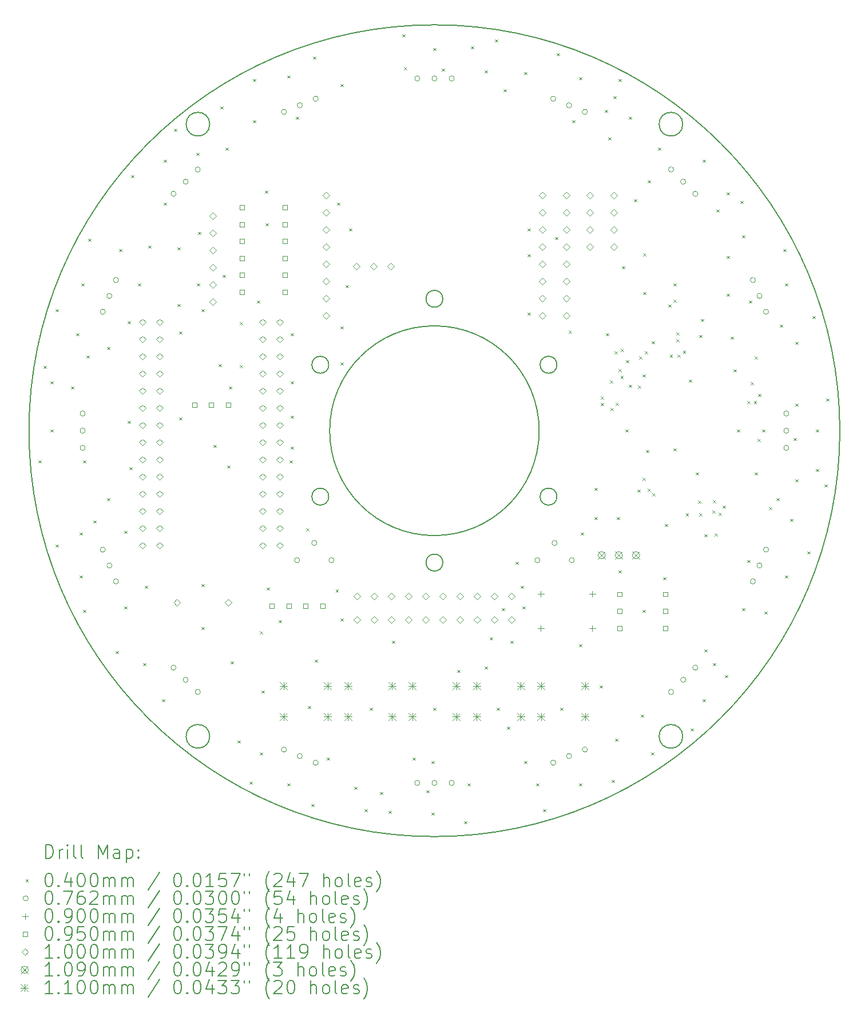
<source format=gbr>
%FSLAX45Y45*%
G04 Gerber Fmt 4.5, Leading zero omitted, Abs format (unit mm)*
G04 Created by KiCad (PCBNEW (6.0.5)) date 2023-02-26 15:47:41*
%MOMM*%
%LPD*%
G01*
G04 APERTURE LIST*
%TA.AperFunction,Profile*%
%ADD10C,0.200000*%
%TD*%
%ADD11C,0.200000*%
%ADD12C,0.040000*%
%ADD13C,0.076200*%
%ADD14C,0.090000*%
%ADD15C,0.095000*%
%ADD16C,0.100000*%
%ADD17C,0.109000*%
%ADD18C,0.110000*%
G04 APERTURE END LIST*
D10*
X13676250Y-11135000D02*
G75*
G03*
X13676250Y-11135000I-125000J0D01*
G01*
X21240000Y-10160000D02*
G75*
G03*
X21240000Y-10160000I-6000000J0D01*
G01*
X16790000Y-10160000D02*
G75*
G03*
X16790000Y-10160000I-1550000J0D01*
G01*
X15365000Y-8210000D02*
G75*
G03*
X15365000Y-8210000I-125000J0D01*
G01*
X15365000Y-12110000D02*
G75*
G03*
X15365000Y-12110000I-125000J0D01*
G01*
X18915000Y-5628811D02*
G75*
G03*
X18915000Y-5628811I-175000J0D01*
G01*
X17053750Y-11135000D02*
G75*
G03*
X17053750Y-11135000I-125000J0D01*
G01*
X11915000Y-14678811D02*
G75*
G03*
X11915000Y-14678811I-175000J0D01*
G01*
X11915000Y-5628811D02*
G75*
G03*
X11915000Y-5628811I-175000J0D01*
G01*
X18915000Y-14678811D02*
G75*
G03*
X18915000Y-14678811I-175000J0D01*
G01*
X13676250Y-9185000D02*
G75*
G03*
X13676250Y-9185000I-125000J0D01*
G01*
X17053750Y-9185000D02*
G75*
G03*
X17053750Y-9185000I-125000J0D01*
G01*
D11*
D12*
X9378000Y-10597200D02*
X9418000Y-10637200D01*
X9418000Y-10597200D02*
X9378000Y-10637200D01*
X9454200Y-9200200D02*
X9494200Y-9240200D01*
X9494200Y-9200200D02*
X9454200Y-9240200D01*
X9555800Y-9428800D02*
X9595800Y-9468800D01*
X9595800Y-9428800D02*
X9555800Y-9468800D01*
X9555800Y-10140000D02*
X9595800Y-10180000D01*
X9595800Y-10140000D02*
X9555800Y-10180000D01*
X9632000Y-8362000D02*
X9672000Y-8402000D01*
X9672000Y-8362000D02*
X9632000Y-8402000D01*
X9632000Y-11841800D02*
X9672000Y-11881800D01*
X9672000Y-11841800D02*
X9632000Y-11881800D01*
X9860600Y-9505000D02*
X9900600Y-9545000D01*
X9900600Y-9505000D02*
X9860600Y-9545000D01*
X9936800Y-8717600D02*
X9976800Y-8757600D01*
X9976800Y-8717600D02*
X9936800Y-8757600D01*
X9987600Y-11664000D02*
X10027600Y-11704000D01*
X10027600Y-11664000D02*
X9987600Y-11704000D01*
X9987600Y-12299000D02*
X10027600Y-12339000D01*
X10027600Y-12299000D02*
X9987600Y-12339000D01*
X10013000Y-7981000D02*
X10053000Y-8021000D01*
X10053000Y-7981000D02*
X10013000Y-8021000D01*
X10038400Y-10597200D02*
X10078400Y-10637200D01*
X10078400Y-10597200D02*
X10038400Y-10637200D01*
X10038400Y-12807000D02*
X10078400Y-12847000D01*
X10078400Y-12807000D02*
X10038400Y-12847000D01*
X10089200Y-9047800D02*
X10129200Y-9087800D01*
X10129200Y-9047800D02*
X10089200Y-9087800D01*
X10114600Y-7320600D02*
X10154600Y-7360600D01*
X10154600Y-7320600D02*
X10114600Y-7360600D01*
X10190800Y-11486200D02*
X10230800Y-11526200D01*
X10230800Y-11486200D02*
X10190800Y-11526200D01*
X10394000Y-8920800D02*
X10434000Y-8960800D01*
X10434000Y-8920800D02*
X10394000Y-8960800D01*
X10394000Y-11156000D02*
X10434000Y-11196000D01*
X10434000Y-11156000D02*
X10394000Y-11196000D01*
X10521000Y-13416600D02*
X10561000Y-13456600D01*
X10561000Y-13416600D02*
X10521000Y-13456600D01*
X10571800Y-7473000D02*
X10611800Y-7513000D01*
X10611800Y-7473000D02*
X10571800Y-7513000D01*
X10648000Y-11638600D02*
X10688000Y-11678600D01*
X10688000Y-11638600D02*
X10648000Y-11678600D01*
X10648000Y-12756200D02*
X10688000Y-12796200D01*
X10688000Y-12756200D02*
X10648000Y-12796200D01*
X10698800Y-8539800D02*
X10738800Y-8579800D01*
X10738800Y-8539800D02*
X10698800Y-8579800D01*
X10698800Y-10013000D02*
X10738800Y-10053000D01*
X10738800Y-10013000D02*
X10698800Y-10053000D01*
X10724200Y-10698800D02*
X10764200Y-10738800D01*
X10764200Y-10698800D02*
X10724200Y-10738800D01*
X10749600Y-6380800D02*
X10789600Y-6420800D01*
X10789600Y-6380800D02*
X10749600Y-6420800D01*
X10851200Y-7981000D02*
X10891200Y-8021000D01*
X10891200Y-7981000D02*
X10851200Y-8021000D01*
X10927400Y-13594400D02*
X10967400Y-13634400D01*
X10967400Y-13594400D02*
X10927400Y-13634400D01*
X10952800Y-12451400D02*
X10992800Y-12491400D01*
X10992800Y-12451400D02*
X10952800Y-12491400D01*
X11003600Y-7422200D02*
X11043600Y-7462200D01*
X11043600Y-7422200D02*
X11003600Y-7462200D01*
X11206800Y-14127800D02*
X11246800Y-14167800D01*
X11246800Y-14127800D02*
X11206800Y-14167800D01*
X11232200Y-6152200D02*
X11272200Y-6192200D01*
X11272200Y-6152200D02*
X11232200Y-6192200D01*
X11232200Y-6787200D02*
X11272200Y-6827200D01*
X11272200Y-6787200D02*
X11232200Y-6827200D01*
X11384600Y-5695000D02*
X11424600Y-5735000D01*
X11424600Y-5695000D02*
X11384600Y-5735000D01*
X11435400Y-7447600D02*
X11475400Y-7487600D01*
X11475400Y-7447600D02*
X11435400Y-7487600D01*
X11435400Y-8285800D02*
X11475400Y-8325800D01*
X11475400Y-8285800D02*
X11435400Y-8325800D01*
X11460800Y-8692200D02*
X11500800Y-8732200D01*
X11500800Y-8692200D02*
X11460800Y-8732200D01*
X11460800Y-9962200D02*
X11500800Y-10002200D01*
X11500800Y-9962200D02*
X11460800Y-10002200D01*
X11714800Y-6051061D02*
X11754800Y-6091061D01*
X11754800Y-6051061D02*
X11714800Y-6091061D01*
X11727500Y-7981000D02*
X11767500Y-8021000D01*
X11767500Y-7981000D02*
X11727500Y-8021000D01*
X11740200Y-7219000D02*
X11780200Y-7259000D01*
X11780200Y-7219000D02*
X11740200Y-7259000D01*
X11791000Y-8362000D02*
X11831000Y-8402000D01*
X11831000Y-8362000D02*
X11791000Y-8402000D01*
X11791000Y-12426000D02*
X11831000Y-12466000D01*
X11831000Y-12426000D02*
X11791000Y-12466000D01*
X11791000Y-13061000D02*
X11831000Y-13101000D01*
X11831000Y-13061000D02*
X11791000Y-13101000D01*
X11968800Y-10368600D02*
X12008800Y-10408600D01*
X12008800Y-10368600D02*
X11968800Y-10408600D01*
X12045000Y-9174800D02*
X12085000Y-9214800D01*
X12085000Y-9174800D02*
X12045000Y-9214800D01*
X12070400Y-5364800D02*
X12110400Y-5404800D01*
X12110400Y-5364800D02*
X12070400Y-5404800D01*
X12108500Y-7854000D02*
X12148500Y-7894000D01*
X12148500Y-7854000D02*
X12108500Y-7894000D01*
X12146600Y-5974400D02*
X12186600Y-6014400D01*
X12186600Y-5974400D02*
X12146600Y-6014400D01*
X12172000Y-10672400D02*
X12212000Y-10712400D01*
X12212000Y-10672400D02*
X12172000Y-10712400D01*
X12197400Y-9505000D02*
X12237400Y-9545000D01*
X12237400Y-9505000D02*
X12197400Y-9545000D01*
X12222800Y-13569000D02*
X12262800Y-13609000D01*
X12262800Y-13569000D02*
X12222800Y-13609000D01*
X12324400Y-14737400D02*
X12364400Y-14777400D01*
X12364400Y-14737400D02*
X12324400Y-14777400D01*
X12362500Y-8552500D02*
X12402500Y-8592500D01*
X12402500Y-8552500D02*
X12362500Y-8592500D01*
X12362500Y-9187500D02*
X12402500Y-9227500D01*
X12402500Y-9187500D02*
X12362500Y-9227500D01*
X12502200Y-15347000D02*
X12542200Y-15387000D01*
X12542200Y-15347000D02*
X12502200Y-15387000D01*
X12553000Y-4958400D02*
X12593000Y-4998400D01*
X12593000Y-4958400D02*
X12553000Y-4998400D01*
X12553000Y-5568000D02*
X12593000Y-5608000D01*
X12593000Y-5568000D02*
X12553000Y-5608000D01*
X12616500Y-8235000D02*
X12656500Y-8275000D01*
X12656500Y-8235000D02*
X12616500Y-8275000D01*
X12654600Y-13124500D02*
X12694600Y-13164500D01*
X12694600Y-13124500D02*
X12654600Y-13164500D01*
X12654600Y-14915200D02*
X12694600Y-14955200D01*
X12694600Y-14915200D02*
X12654600Y-14955200D01*
X12680000Y-14000800D02*
X12720000Y-14040800D01*
X12720000Y-14000800D02*
X12680000Y-14040800D01*
X12730800Y-6609400D02*
X12770800Y-6649400D01*
X12770800Y-6609400D02*
X12730800Y-6649400D01*
X12743500Y-7092000D02*
X12783500Y-7132000D01*
X12783500Y-7092000D02*
X12743500Y-7132000D01*
X12756200Y-12476800D02*
X12796200Y-12516800D01*
X12796200Y-12476800D02*
X12756200Y-12516800D01*
X12934000Y-12959400D02*
X12974000Y-12999400D01*
X12974000Y-12959400D02*
X12934000Y-12999400D01*
X13061000Y-4907600D02*
X13101000Y-4947600D01*
X13101000Y-4907600D02*
X13061000Y-4947600D01*
X13061000Y-15372400D02*
X13101000Y-15412400D01*
X13101000Y-15372400D02*
X13061000Y-15412400D01*
X13099100Y-10597200D02*
X13139100Y-10637200D01*
X13139100Y-10597200D02*
X13099100Y-10637200D01*
X13111800Y-8717600D02*
X13151800Y-8757600D01*
X13151800Y-8717600D02*
X13111800Y-8757600D01*
X13111800Y-9428800D02*
X13151800Y-9468800D01*
X13151800Y-9428800D02*
X13111800Y-9468800D01*
X13111800Y-9936800D02*
X13151800Y-9976800D01*
X13151800Y-9936800D02*
X13111800Y-9976800D01*
X13111800Y-10394000D02*
X13151800Y-10434000D01*
X13151800Y-10394000D02*
X13111800Y-10434000D01*
X13188000Y-5517200D02*
X13228000Y-5557200D01*
X13228000Y-5517200D02*
X13188000Y-5557200D01*
X13340400Y-11600500D02*
X13380400Y-11640500D01*
X13380400Y-11600500D02*
X13340400Y-11640500D01*
X13365800Y-14229400D02*
X13405800Y-14269400D01*
X13405800Y-14229400D02*
X13365800Y-14269400D01*
X13416600Y-15677200D02*
X13456600Y-15717200D01*
X13456600Y-15677200D02*
X13416600Y-15717200D01*
X13442000Y-4628200D02*
X13482000Y-4668200D01*
X13482000Y-4628200D02*
X13442000Y-4668200D01*
X13467400Y-13543600D02*
X13507400Y-13583600D01*
X13507400Y-13543600D02*
X13467400Y-13583600D01*
X13645200Y-14991400D02*
X13685200Y-15031400D01*
X13685200Y-14991400D02*
X13645200Y-15031400D01*
X13779016Y-12508084D02*
X13819016Y-12548084D01*
X13819016Y-12508084D02*
X13779016Y-12548084D01*
X13797600Y-6787200D02*
X13837600Y-6827200D01*
X13837600Y-6787200D02*
X13797600Y-6827200D01*
X13848400Y-5034600D02*
X13888400Y-5074600D01*
X13888400Y-5034600D02*
X13848400Y-5074600D01*
X13848400Y-8616000D02*
X13888400Y-8656000D01*
X13888400Y-8616000D02*
X13848400Y-8656000D01*
X13848400Y-9149400D02*
X13888400Y-9189400D01*
X13888400Y-9149400D02*
X13848400Y-9189400D01*
X13848400Y-12934000D02*
X13888400Y-12974000D01*
X13888400Y-12934000D02*
X13848400Y-12974000D01*
X13924600Y-8006400D02*
X13964600Y-8046400D01*
X13964600Y-8006400D02*
X13924600Y-8046400D01*
X13975400Y-7168200D02*
X14015400Y-7208200D01*
X14015400Y-7168200D02*
X13975400Y-7208200D01*
X14051600Y-15423200D02*
X14091600Y-15463200D01*
X14091600Y-15423200D02*
X14051600Y-15463200D01*
X14204000Y-15753400D02*
X14244000Y-15793400D01*
X14244000Y-15753400D02*
X14204000Y-15793400D01*
X14280200Y-14254800D02*
X14320200Y-14294800D01*
X14320200Y-14254800D02*
X14280200Y-14294800D01*
X14432600Y-15499400D02*
X14472600Y-15539400D01*
X14472600Y-15499400D02*
X14432600Y-15539400D01*
X14559600Y-15778800D02*
X14599600Y-15818800D01*
X14599600Y-15778800D02*
X14559600Y-15818800D01*
X14610400Y-13264200D02*
X14650400Y-13304200D01*
X14650400Y-13264200D02*
X14610400Y-13304200D01*
X14762800Y-4298000D02*
X14802800Y-4338000D01*
X14802800Y-4298000D02*
X14762800Y-4338000D01*
X14788200Y-4784083D02*
X14828200Y-4824083D01*
X14828200Y-4784083D02*
X14788200Y-4824083D01*
X14915200Y-14991400D02*
X14955200Y-15031400D01*
X14955200Y-14991400D02*
X14915200Y-15031400D01*
X15118400Y-15474000D02*
X15158400Y-15514000D01*
X15158400Y-15474000D02*
X15118400Y-15514000D01*
X15194600Y-15042200D02*
X15234600Y-15082200D01*
X15234600Y-15042200D02*
X15194600Y-15082200D01*
X15194600Y-15804200D02*
X15234600Y-15844200D01*
X15234600Y-15804200D02*
X15194600Y-15844200D01*
X15220000Y-4501200D02*
X15260000Y-4541200D01*
X15260000Y-4501200D02*
X15220000Y-4541200D01*
X15220000Y-14254800D02*
X15260000Y-14294800D01*
X15260000Y-14254800D02*
X15220000Y-14294800D01*
X15347000Y-4806000D02*
X15387000Y-4846000D01*
X15387000Y-4806000D02*
X15347000Y-4846000D01*
X15575600Y-13696000D02*
X15615600Y-13736000D01*
X15615600Y-13696000D02*
X15575600Y-13736000D01*
X15677200Y-15931200D02*
X15717200Y-15971200D01*
X15717200Y-15931200D02*
X15677200Y-15971200D01*
X15728000Y-15372400D02*
X15768000Y-15412400D01*
X15768000Y-15372400D02*
X15728000Y-15412400D01*
X15778800Y-4475800D02*
X15818800Y-4515800D01*
X15818800Y-4475800D02*
X15778800Y-4515800D01*
X15982000Y-4831400D02*
X16022000Y-4871400D01*
X16022000Y-4831400D02*
X15982000Y-4871400D01*
X15982000Y-13645200D02*
X16022000Y-13685200D01*
X16022000Y-13645200D02*
X15982000Y-13685200D01*
X16058200Y-13213400D02*
X16098200Y-13253400D01*
X16098200Y-13213400D02*
X16058200Y-13253400D01*
X16134400Y-4374200D02*
X16174400Y-4414200D01*
X16174400Y-4374200D02*
X16134400Y-4414200D01*
X16159800Y-14254800D02*
X16199800Y-14294800D01*
X16199800Y-14254800D02*
X16159800Y-14294800D01*
X16236000Y-12781600D02*
X16276000Y-12821600D01*
X16276000Y-12781600D02*
X16236000Y-12821600D01*
X16261400Y-5110800D02*
X16301400Y-5150800D01*
X16301400Y-5110800D02*
X16261400Y-5150800D01*
X16312200Y-14534200D02*
X16352200Y-14574200D01*
X16352200Y-14534200D02*
X16312200Y-14574200D01*
X16363000Y-13264200D02*
X16403000Y-13304200D01*
X16403000Y-13264200D02*
X16363000Y-13304200D01*
X16439200Y-12095800D02*
X16479200Y-12135800D01*
X16479200Y-12095800D02*
X16439200Y-12135800D01*
X16515400Y-12451400D02*
X16555400Y-12491400D01*
X16555400Y-12451400D02*
X16515400Y-12491400D01*
X16540800Y-12756200D02*
X16580800Y-12796200D01*
X16580800Y-12756200D02*
X16540800Y-12796200D01*
X16566200Y-4856800D02*
X16606200Y-4896800D01*
X16606200Y-4856800D02*
X16566200Y-4896800D01*
X16566200Y-15042200D02*
X16606200Y-15082200D01*
X16606200Y-15042200D02*
X16566200Y-15082200D01*
X16617000Y-7168200D02*
X16657000Y-7208200D01*
X16657000Y-7168200D02*
X16617000Y-7208200D01*
X16617000Y-7549200D02*
X16657000Y-7589200D01*
X16657000Y-7549200D02*
X16617000Y-7589200D01*
X16617000Y-8412800D02*
X16657000Y-8452800D01*
X16657000Y-8412800D02*
X16617000Y-8452800D01*
X16744000Y-15372400D02*
X16784000Y-15412400D01*
X16784000Y-15372400D02*
X16744000Y-15412400D01*
X16845600Y-15753400D02*
X16885600Y-15793400D01*
X16885600Y-15753400D02*
X16845600Y-15793400D01*
X17023400Y-7295200D02*
X17063400Y-7335200D01*
X17063400Y-7295200D02*
X17023400Y-7335200D01*
X17048800Y-4577400D02*
X17088800Y-4617400D01*
X17088800Y-4577400D02*
X17048800Y-4617400D01*
X17099600Y-14254800D02*
X17139600Y-14294800D01*
X17139600Y-14254800D02*
X17099600Y-14294800D01*
X17230350Y-8677720D02*
X17270350Y-8717720D01*
X17270350Y-8677720D02*
X17230350Y-8717720D01*
X17277400Y-5568000D02*
X17317400Y-5608000D01*
X17317400Y-5568000D02*
X17277400Y-5608000D01*
X17379000Y-4933000D02*
X17419000Y-4973000D01*
X17419000Y-4933000D02*
X17379000Y-4973000D01*
X17379000Y-13315000D02*
X17419000Y-13355000D01*
X17419000Y-13315000D02*
X17379000Y-13355000D01*
X17379000Y-15372400D02*
X17419000Y-15412400D01*
X17419000Y-15372400D02*
X17379000Y-15412400D01*
X17404400Y-11664000D02*
X17444400Y-11704000D01*
X17444400Y-11664000D02*
X17404400Y-11704000D01*
X17607600Y-11003600D02*
X17647600Y-11043600D01*
X17647600Y-11003600D02*
X17607600Y-11043600D01*
X17607600Y-11435400D02*
X17647600Y-11475400D01*
X17647600Y-11435400D02*
X17607600Y-11475400D01*
X17683800Y-13924600D02*
X17723800Y-13964600D01*
X17723800Y-13924600D02*
X17683800Y-13964600D01*
X17700250Y-9750050D02*
X17740250Y-9790050D01*
X17740250Y-9750050D02*
X17700250Y-9790050D01*
X17703003Y-9650138D02*
X17743003Y-9690138D01*
X17743003Y-9650138D02*
X17703003Y-9690138D01*
X17760000Y-5415600D02*
X17800000Y-5455600D01*
X17800000Y-5415600D02*
X17760000Y-5455600D01*
X17776319Y-8716610D02*
X17816319Y-8756610D01*
X17816319Y-8716610D02*
X17776319Y-8756610D01*
X17810800Y-5822000D02*
X17850800Y-5862000D01*
X17850800Y-5822000D02*
X17810800Y-5862000D01*
X17836200Y-9416100D02*
X17876200Y-9456100D01*
X17876200Y-9416100D02*
X17836200Y-9456100D01*
X17848900Y-9822500D02*
X17888900Y-9862500D01*
X17888900Y-9822500D02*
X17848900Y-9862500D01*
X17861600Y-15321600D02*
X17901600Y-15361600D01*
X17901600Y-15321600D02*
X17861600Y-15361600D01*
X17887000Y-5212400D02*
X17927000Y-5252400D01*
X17927000Y-5212400D02*
X17887000Y-5252400D01*
X17902737Y-8981264D02*
X17942737Y-9021264D01*
X17942737Y-8981264D02*
X17902737Y-9021264D01*
X17912400Y-14712000D02*
X17952400Y-14752000D01*
X17952400Y-14712000D02*
X17912400Y-14752000D01*
X17925100Y-9746300D02*
X17965100Y-9786300D01*
X17965100Y-9746300D02*
X17925100Y-9786300D01*
X17937800Y-11435400D02*
X17977800Y-11475400D01*
X17977800Y-11435400D02*
X17937800Y-11475400D01*
X17963200Y-4958400D02*
X18003200Y-4998400D01*
X18003200Y-4958400D02*
X17963200Y-4998400D01*
X17963200Y-9248823D02*
X18003200Y-9288823D01*
X18003200Y-9248823D02*
X17963200Y-9288823D01*
X17963200Y-12222800D02*
X18003200Y-12262800D01*
X18003200Y-12222800D02*
X17963200Y-12262800D01*
X17994520Y-9345820D02*
X18034520Y-9385820D01*
X18034520Y-9345820D02*
X17994520Y-9385820D01*
X17998608Y-8947820D02*
X18038608Y-8987820D01*
X18038608Y-8947820D02*
X17998608Y-8987820D01*
X18014000Y-7727000D02*
X18054000Y-7767000D01*
X18054000Y-7727000D02*
X18014000Y-7767000D01*
X18064800Y-10140000D02*
X18104800Y-10180000D01*
X18104800Y-10140000D02*
X18064800Y-10180000D01*
X18073465Y-9114475D02*
X18113465Y-9154475D01*
X18113465Y-9114475D02*
X18073465Y-9154475D01*
X18115600Y-5517200D02*
X18155600Y-5557200D01*
X18155600Y-5517200D02*
X18115600Y-5557200D01*
X18115600Y-9479600D02*
X18155600Y-9519600D01*
X18155600Y-9479600D02*
X18115600Y-9519600D01*
X18191800Y-6736400D02*
X18231800Y-6776400D01*
X18231800Y-6736400D02*
X18191800Y-6776400D01*
X18242600Y-11029000D02*
X18282600Y-11069000D01*
X18282600Y-11029000D02*
X18242600Y-11069000D01*
X18255300Y-9492300D02*
X18295300Y-9532300D01*
X18295300Y-9492300D02*
X18255300Y-9532300D01*
X18268000Y-9060500D02*
X18308000Y-9100500D01*
X18308000Y-9060500D02*
X18268000Y-9100500D01*
X18293400Y-14356400D02*
X18333400Y-14396400D01*
X18333400Y-14356400D02*
X18293400Y-14396400D01*
X18318800Y-9327200D02*
X18358800Y-9367200D01*
X18358800Y-9327200D02*
X18318800Y-9367200D01*
X18318800Y-10854950D02*
X18358800Y-10894950D01*
X18358800Y-10854950D02*
X18318800Y-10894950D01*
X18318800Y-12807000D02*
X18358800Y-12847000D01*
X18358800Y-12807000D02*
X18318800Y-12847000D01*
X18331500Y-7536500D02*
X18371500Y-7576500D01*
X18371500Y-7536500D02*
X18331500Y-7576500D01*
X18331500Y-8108000D02*
X18371500Y-8148000D01*
X18371500Y-8108000D02*
X18331500Y-8148000D01*
X18356470Y-8983870D02*
X18396470Y-9023870D01*
X18396470Y-8983870D02*
X18356470Y-9023870D01*
X18369600Y-10444800D02*
X18409600Y-10484800D01*
X18409600Y-10444800D02*
X18369600Y-10484800D01*
X18393745Y-11015904D02*
X18433745Y-11055904D01*
X18433745Y-11015904D02*
X18393745Y-11055904D01*
X18395000Y-6457000D02*
X18435000Y-6497000D01*
X18435000Y-6457000D02*
X18395000Y-6497000D01*
X18445800Y-14915200D02*
X18485800Y-14955200D01*
X18485800Y-14915200D02*
X18445800Y-14955200D01*
X18453952Y-8836448D02*
X18493952Y-8876448D01*
X18493952Y-8836448D02*
X18453952Y-8876448D01*
X18464420Y-11086580D02*
X18504420Y-11126580D01*
X18504420Y-11086580D02*
X18464420Y-11126580D01*
X18547400Y-5974400D02*
X18587400Y-6014400D01*
X18587400Y-5974400D02*
X18547400Y-6014400D01*
X18623600Y-12324400D02*
X18663600Y-12364400D01*
X18663600Y-12324400D02*
X18623600Y-12364400D01*
X18649000Y-11537000D02*
X18689000Y-11577000D01*
X18689000Y-11537000D02*
X18649000Y-11577000D01*
X18703550Y-8294750D02*
X18743550Y-8334750D01*
X18743550Y-8294750D02*
X18703550Y-8334750D01*
X18721450Y-9037291D02*
X18761450Y-9077291D01*
X18761450Y-9037291D02*
X18721450Y-9077291D01*
X18776000Y-7981000D02*
X18816000Y-8021000D01*
X18816000Y-7981000D02*
X18776000Y-8021000D01*
X18776000Y-8222300D02*
X18816000Y-8262300D01*
X18816000Y-8222300D02*
X18776000Y-8262300D01*
X18776000Y-10419400D02*
X18816000Y-10459400D01*
X18816000Y-10419400D02*
X18776000Y-10459400D01*
X18822694Y-8706550D02*
X18862694Y-8746550D01*
X18862694Y-8706550D02*
X18822694Y-8746550D01*
X18822694Y-8806500D02*
X18862694Y-8846500D01*
X18862694Y-8806500D02*
X18822694Y-8846500D01*
X18839500Y-9035100D02*
X18879500Y-9075100D01*
X18879500Y-9035100D02*
X18839500Y-9075100D01*
X18917548Y-8972662D02*
X18957548Y-9012662D01*
X18957548Y-8972662D02*
X18917548Y-9012662D01*
X18960580Y-11380850D02*
X19000580Y-11420850D01*
X19000580Y-11380850D02*
X18960580Y-11420850D01*
X19004600Y-9403400D02*
X19044600Y-9443400D01*
X19044600Y-9403400D02*
X19004600Y-9443400D01*
X19030000Y-14559600D02*
X19070000Y-14599600D01*
X19070000Y-14559600D02*
X19030000Y-14599600D01*
X19106200Y-10775000D02*
X19146200Y-10815000D01*
X19146200Y-10775000D02*
X19106200Y-10815000D01*
X19144300Y-11190998D02*
X19184300Y-11230998D01*
X19184300Y-11190998D02*
X19144300Y-11230998D01*
X19157000Y-8743000D02*
X19197000Y-8783000D01*
X19197000Y-8743000D02*
X19157000Y-8783000D01*
X19160750Y-11380850D02*
X19200750Y-11420850D01*
X19200750Y-11380850D02*
X19160750Y-11420850D01*
X19182400Y-8505450D02*
X19222400Y-8545450D01*
X19222400Y-8505450D02*
X19182400Y-8545450D01*
X19207800Y-6152200D02*
X19247800Y-6192200D01*
X19247800Y-6152200D02*
X19207800Y-6192200D01*
X19207800Y-14127800D02*
X19247800Y-14167800D01*
X19247800Y-14127800D02*
X19207800Y-14167800D01*
X19233200Y-11689400D02*
X19273200Y-11729400D01*
X19273200Y-11689400D02*
X19233200Y-11729400D01*
X19233200Y-13391200D02*
X19273200Y-13431200D01*
X19273200Y-13391200D02*
X19233200Y-13431200D01*
X19355859Y-11335898D02*
X19395859Y-11375898D01*
X19395859Y-11335898D02*
X19355859Y-11375898D01*
X19358954Y-11182646D02*
X19398954Y-11222646D01*
X19398954Y-11182646D02*
X19358954Y-11222646D01*
X19360200Y-13594400D02*
X19400200Y-13634400D01*
X19400200Y-13594400D02*
X19360200Y-13634400D01*
X19384811Y-11675911D02*
X19424811Y-11715911D01*
X19424811Y-11675911D02*
X19384811Y-11715911D01*
X19411000Y-6888800D02*
X19451000Y-6928800D01*
X19451000Y-6888800D02*
X19411000Y-6928800D01*
X19449100Y-11371900D02*
X19489100Y-11411900D01*
X19489100Y-11371900D02*
X19449100Y-11411900D01*
X19505040Y-11265160D02*
X19545040Y-11305160D01*
X19545040Y-11265160D02*
X19505040Y-11305160D01*
X19538000Y-13772200D02*
X19578000Y-13812200D01*
X19578000Y-13772200D02*
X19538000Y-13812200D01*
X19563400Y-6634800D02*
X19603400Y-6674800D01*
X19603400Y-6634800D02*
X19563400Y-6674800D01*
X19563400Y-7574600D02*
X19603400Y-7614600D01*
X19603400Y-7574600D02*
X19563400Y-7614600D01*
X19563400Y-8133400D02*
X19603400Y-8173400D01*
X19603400Y-8133400D02*
X19563400Y-8173400D01*
X19626900Y-8768400D02*
X19666900Y-8808400D01*
X19666900Y-8768400D02*
X19626900Y-8808400D01*
X19665000Y-9251000D02*
X19705000Y-9291000D01*
X19705000Y-9251000D02*
X19665000Y-9291000D01*
X19715800Y-10140000D02*
X19755800Y-10180000D01*
X19755800Y-10140000D02*
X19715800Y-10180000D01*
X19766600Y-6761800D02*
X19806600Y-6801800D01*
X19806600Y-6761800D02*
X19766600Y-6801800D01*
X19792000Y-7269800D02*
X19832000Y-7309800D01*
X19832000Y-7269800D02*
X19792000Y-7309800D01*
X19792000Y-12781600D02*
X19832000Y-12821600D01*
X19832000Y-12781600D02*
X19792000Y-12821600D01*
X19868200Y-9720900D02*
X19908200Y-9760900D01*
X19908200Y-9720900D02*
X19868200Y-9760900D01*
X19868200Y-12070400D02*
X19908200Y-12110400D01*
X19908200Y-12070400D02*
X19868200Y-12110400D01*
X19893600Y-8235000D02*
X19933600Y-8275000D01*
X19933600Y-8235000D02*
X19893600Y-8275000D01*
X19919000Y-9441500D02*
X19959000Y-9481500D01*
X19959000Y-9441500D02*
X19919000Y-9481500D01*
X19968150Y-9720900D02*
X20008150Y-9760900D01*
X20008150Y-9720900D02*
X19968150Y-9760900D01*
X19982500Y-9060500D02*
X20022500Y-9100500D01*
X20022500Y-9060500D02*
X19982500Y-9100500D01*
X19982500Y-10775000D02*
X20022500Y-10815000D01*
X20022500Y-10775000D02*
X19982500Y-10815000D01*
X20020600Y-10279700D02*
X20060600Y-10319700D01*
X20060600Y-10279700D02*
X20020600Y-10319700D01*
X20029141Y-9615141D02*
X20069141Y-9655141D01*
X20069141Y-9615141D02*
X20029141Y-9655141D01*
X20092694Y-10140000D02*
X20132694Y-10180000D01*
X20132694Y-10140000D02*
X20092694Y-10180000D01*
X20122200Y-12832400D02*
X20162200Y-12872400D01*
X20162200Y-12832400D02*
X20122200Y-12872400D01*
X20191619Y-11288919D02*
X20231619Y-11328919D01*
X20231619Y-11288919D02*
X20191619Y-11328919D01*
X20300000Y-11156000D02*
X20340000Y-11196000D01*
X20340000Y-11156000D02*
X20300000Y-11196000D01*
X20350800Y-8590600D02*
X20390800Y-8630600D01*
X20390800Y-8590600D02*
X20350800Y-8630600D01*
X20401600Y-7473000D02*
X20441600Y-7513000D01*
X20441600Y-7473000D02*
X20401600Y-7513000D01*
X20427000Y-7981000D02*
X20467000Y-8021000D01*
X20467000Y-7981000D02*
X20427000Y-8021000D01*
X20427000Y-12299000D02*
X20467000Y-12339000D01*
X20467000Y-12299000D02*
X20427000Y-12339000D01*
X20503200Y-11460800D02*
X20543200Y-11500800D01*
X20543200Y-11460800D02*
X20503200Y-11500800D01*
X20554000Y-10267000D02*
X20594000Y-10307000D01*
X20594000Y-10267000D02*
X20554000Y-10307000D01*
X20579400Y-8844600D02*
X20619400Y-8884600D01*
X20619400Y-8844600D02*
X20579400Y-8884600D01*
X20579400Y-9759000D02*
X20619400Y-9799000D01*
X20619400Y-9759000D02*
X20579400Y-9799000D01*
X20579400Y-10876600D02*
X20619400Y-10916600D01*
X20619400Y-10876600D02*
X20579400Y-10916600D01*
X20757200Y-11943400D02*
X20797200Y-11983400D01*
X20797200Y-11943400D02*
X20757200Y-11983400D01*
X20833400Y-8463600D02*
X20873400Y-8503600D01*
X20873400Y-8463600D02*
X20833400Y-8503600D01*
X20884200Y-10140000D02*
X20924200Y-10180000D01*
X20924200Y-10140000D02*
X20884200Y-10180000D01*
X20884200Y-10724200D02*
X20924200Y-10764200D01*
X20924200Y-10724200D02*
X20884200Y-10764200D01*
X21011200Y-10952800D02*
X21051200Y-10992800D01*
X21051200Y-10952800D02*
X21011200Y-10992800D01*
X21036600Y-9682800D02*
X21076600Y-9722800D01*
X21076600Y-9682800D02*
X21036600Y-9722800D01*
D13*
X10071100Y-9906000D02*
G75*
G03*
X10071100Y-9906000I-38100J0D01*
G01*
X10071100Y-10160000D02*
G75*
G03*
X10071100Y-10160000I-38100J0D01*
G01*
X10071100Y-10414000D02*
G75*
G03*
X10071100Y-10414000I-38100J0D01*
G01*
X10370258Y-8402033D02*
G75*
G03*
X10370258Y-8402033I-38100J0D01*
G01*
X10370258Y-11917967D02*
G75*
G03*
X10370258Y-11917967I-38100J0D01*
G01*
X10467459Y-8167367D02*
G75*
G03*
X10467459Y-8167367I-38100J0D01*
G01*
X10467459Y-12152633D02*
G75*
G03*
X10467459Y-12152633I-38100J0D01*
G01*
X10564661Y-7932702D02*
G75*
G03*
X10564661Y-7932702I-38100J0D01*
G01*
X10564661Y-12387298D02*
G75*
G03*
X10564661Y-12387298I-38100J0D01*
G01*
X11416590Y-6657700D02*
G75*
G03*
X11416590Y-6657700I-38100J0D01*
G01*
X11416590Y-13662300D02*
G75*
G03*
X11416590Y-13662300I-38100J0D01*
G01*
X11596195Y-6478095D02*
G75*
G03*
X11596195Y-6478095I-38100J0D01*
G01*
X11596195Y-13841905D02*
G75*
G03*
X11596195Y-13841905I-38100J0D01*
G01*
X11775800Y-6298490D02*
G75*
G03*
X11775800Y-6298490I-38100J0D01*
G01*
X11775800Y-14021510D02*
G75*
G03*
X11775800Y-14021510I-38100J0D01*
G01*
X13050802Y-5446561D02*
G75*
G03*
X13050802Y-5446561I-38100J0D01*
G01*
X13050802Y-14873439D02*
G75*
G03*
X13050802Y-14873439I-38100J0D01*
G01*
X13246100Y-12074500D02*
G75*
G03*
X13246100Y-12074500I-38100J0D01*
G01*
X13285467Y-5349359D02*
G75*
G03*
X13285467Y-5349359I-38100J0D01*
G01*
X13285467Y-14970641D02*
G75*
G03*
X13285467Y-14970641I-38100J0D01*
G01*
X13500100Y-11820500D02*
G75*
G03*
X13500100Y-11820500I-38100J0D01*
G01*
X13520133Y-5252158D02*
G75*
G03*
X13520133Y-5252158I-38100J0D01*
G01*
X13520133Y-15067842D02*
G75*
G03*
X13520133Y-15067842I-38100J0D01*
G01*
X13754100Y-12074500D02*
G75*
G03*
X13754100Y-12074500I-38100J0D01*
G01*
X15024100Y-4953000D02*
G75*
G03*
X15024100Y-4953000I-38100J0D01*
G01*
X15024100Y-15367000D02*
G75*
G03*
X15024100Y-15367000I-38100J0D01*
G01*
X15278100Y-4953000D02*
G75*
G03*
X15278100Y-4953000I-38100J0D01*
G01*
X15278100Y-15367000D02*
G75*
G03*
X15278100Y-15367000I-38100J0D01*
G01*
X15532100Y-4953000D02*
G75*
G03*
X15532100Y-4953000I-38100J0D01*
G01*
X15532100Y-15367000D02*
G75*
G03*
X15532100Y-15367000I-38100J0D01*
G01*
X16802100Y-12074500D02*
G75*
G03*
X16802100Y-12074500I-38100J0D01*
G01*
X17036067Y-5252158D02*
G75*
G03*
X17036067Y-5252158I-38100J0D01*
G01*
X17036067Y-15067842D02*
G75*
G03*
X17036067Y-15067842I-38100J0D01*
G01*
X17056100Y-11820500D02*
G75*
G03*
X17056100Y-11820500I-38100J0D01*
G01*
X17270733Y-5349359D02*
G75*
G03*
X17270733Y-5349359I-38100J0D01*
G01*
X17270733Y-14970641D02*
G75*
G03*
X17270733Y-14970641I-38100J0D01*
G01*
X17310100Y-12074500D02*
G75*
G03*
X17310100Y-12074500I-38100J0D01*
G01*
X17505398Y-5446561D02*
G75*
G03*
X17505398Y-5446561I-38100J0D01*
G01*
X17505398Y-14873439D02*
G75*
G03*
X17505398Y-14873439I-38100J0D01*
G01*
X18780400Y-6298490D02*
G75*
G03*
X18780400Y-6298490I-38100J0D01*
G01*
X18780400Y-14021510D02*
G75*
G03*
X18780400Y-14021510I-38100J0D01*
G01*
X18960005Y-6478095D02*
G75*
G03*
X18960005Y-6478095I-38100J0D01*
G01*
X18960005Y-13841905D02*
G75*
G03*
X18960005Y-13841905I-38100J0D01*
G01*
X19139610Y-6657700D02*
G75*
G03*
X19139610Y-6657700I-38100J0D01*
G01*
X19139610Y-13662300D02*
G75*
G03*
X19139610Y-13662300I-38100J0D01*
G01*
X19991539Y-7932702D02*
G75*
G03*
X19991539Y-7932702I-38100J0D01*
G01*
X19991539Y-12387298D02*
G75*
G03*
X19991539Y-12387298I-38100J0D01*
G01*
X20088741Y-8167367D02*
G75*
G03*
X20088741Y-8167367I-38100J0D01*
G01*
X20088741Y-12152633D02*
G75*
G03*
X20088741Y-12152633I-38100J0D01*
G01*
X20185942Y-8402033D02*
G75*
G03*
X20185942Y-8402033I-38100J0D01*
G01*
X20185942Y-11917967D02*
G75*
G03*
X20185942Y-11917967I-38100J0D01*
G01*
X20485100Y-9906000D02*
G75*
G03*
X20485100Y-9906000I-38100J0D01*
G01*
X20485100Y-10160000D02*
G75*
G03*
X20485100Y-10160000I-38100J0D01*
G01*
X20485100Y-10414000D02*
G75*
G03*
X20485100Y-10414000I-38100J0D01*
G01*
D14*
X16814800Y-12528000D02*
X16814800Y-12618000D01*
X16769800Y-12573000D02*
X16859800Y-12573000D01*
X16814800Y-13036000D02*
X16814800Y-13126000D01*
X16769800Y-13081000D02*
X16859800Y-13081000D01*
X17576800Y-12528000D02*
X17576800Y-12618000D01*
X17531800Y-12573000D02*
X17621800Y-12573000D01*
X17576800Y-13036000D02*
X17576800Y-13126000D01*
X17531800Y-13081000D02*
X17621800Y-13081000D01*
D15*
X11721588Y-9810888D02*
X11721588Y-9743712D01*
X11654412Y-9743712D01*
X11654412Y-9810888D01*
X11721588Y-9810888D01*
X11971588Y-9810888D02*
X11971588Y-9743712D01*
X11904412Y-9743712D01*
X11904412Y-9810888D01*
X11971588Y-9810888D01*
X12221588Y-9810888D02*
X12221588Y-9743712D01*
X12154412Y-9743712D01*
X12154412Y-9810888D01*
X12221588Y-9810888D01*
X12427088Y-6891588D02*
X12427088Y-6824412D01*
X12359912Y-6824412D01*
X12359912Y-6891588D01*
X12427088Y-6891588D01*
X12427088Y-7141588D02*
X12427088Y-7074412D01*
X12359912Y-7074412D01*
X12359912Y-7141588D01*
X12427088Y-7141588D01*
X12427088Y-7391588D02*
X12427088Y-7324412D01*
X12359912Y-7324412D01*
X12359912Y-7391588D01*
X12427088Y-7391588D01*
X12427088Y-7641588D02*
X12427088Y-7574412D01*
X12359912Y-7574412D01*
X12359912Y-7641588D01*
X12427088Y-7641588D01*
X12427088Y-7891588D02*
X12427088Y-7824412D01*
X12359912Y-7824412D01*
X12359912Y-7891588D01*
X12427088Y-7891588D01*
X12427088Y-8141588D02*
X12427088Y-8074412D01*
X12359912Y-8074412D01*
X12359912Y-8141588D01*
X12427088Y-8141588D01*
X12866588Y-12786088D02*
X12866588Y-12718912D01*
X12799412Y-12718912D01*
X12799412Y-12786088D01*
X12866588Y-12786088D01*
X13062088Y-6891588D02*
X13062088Y-6824412D01*
X12994912Y-6824412D01*
X12994912Y-6891588D01*
X13062088Y-6891588D01*
X13062088Y-7141588D02*
X13062088Y-7074412D01*
X12994912Y-7074412D01*
X12994912Y-7141588D01*
X13062088Y-7141588D01*
X13062088Y-7391588D02*
X13062088Y-7324412D01*
X12994912Y-7324412D01*
X12994912Y-7391588D01*
X13062088Y-7391588D01*
X13062088Y-7641588D02*
X13062088Y-7574412D01*
X12994912Y-7574412D01*
X12994912Y-7641588D01*
X13062088Y-7641588D01*
X13062088Y-7891588D02*
X13062088Y-7824412D01*
X12994912Y-7824412D01*
X12994912Y-7891588D01*
X13062088Y-7891588D01*
X13062088Y-8141588D02*
X13062088Y-8074412D01*
X12994912Y-8074412D01*
X12994912Y-8141588D01*
X13062088Y-8141588D01*
X13116588Y-12786088D02*
X13116588Y-12718912D01*
X13049412Y-12718912D01*
X13049412Y-12786088D01*
X13116588Y-12786088D01*
X13366588Y-12786088D02*
X13366588Y-12718912D01*
X13299412Y-12718912D01*
X13299412Y-12786088D01*
X13366588Y-12786088D01*
X13616588Y-12786088D02*
X13616588Y-12718912D01*
X13549412Y-12718912D01*
X13549412Y-12786088D01*
X13616588Y-12786088D01*
X18015088Y-12610588D02*
X18015088Y-12543412D01*
X17947912Y-12543412D01*
X17947912Y-12610588D01*
X18015088Y-12610588D01*
X18015088Y-12860588D02*
X18015088Y-12793412D01*
X17947912Y-12793412D01*
X17947912Y-12860588D01*
X18015088Y-12860588D01*
X18015088Y-13110588D02*
X18015088Y-13043412D01*
X17947912Y-13043412D01*
X17947912Y-13110588D01*
X18015088Y-13110588D01*
X18688188Y-12610588D02*
X18688188Y-12543412D01*
X18621012Y-12543412D01*
X18621012Y-12610588D01*
X18688188Y-12610588D01*
X18688188Y-12860588D02*
X18688188Y-12793412D01*
X18621012Y-12793412D01*
X18621012Y-12860588D01*
X18688188Y-12860588D01*
X18688188Y-13110588D02*
X18688188Y-13043412D01*
X18621012Y-13043412D01*
X18621012Y-13110588D01*
X18688188Y-13110588D01*
D16*
X10922000Y-8605000D02*
X10972000Y-8555000D01*
X10922000Y-8505000D01*
X10872000Y-8555000D01*
X10922000Y-8605000D01*
X10922000Y-8859000D02*
X10972000Y-8809000D01*
X10922000Y-8759000D01*
X10872000Y-8809000D01*
X10922000Y-8859000D01*
X10922000Y-9113000D02*
X10972000Y-9063000D01*
X10922000Y-9013000D01*
X10872000Y-9063000D01*
X10922000Y-9113000D01*
X10922000Y-9367000D02*
X10972000Y-9317000D01*
X10922000Y-9267000D01*
X10872000Y-9317000D01*
X10922000Y-9367000D01*
X10922000Y-9621000D02*
X10972000Y-9571000D01*
X10922000Y-9521000D01*
X10872000Y-9571000D01*
X10922000Y-9621000D01*
X10922000Y-9875000D02*
X10972000Y-9825000D01*
X10922000Y-9775000D01*
X10872000Y-9825000D01*
X10922000Y-9875000D01*
X10922000Y-10129000D02*
X10972000Y-10079000D01*
X10922000Y-10029000D01*
X10872000Y-10079000D01*
X10922000Y-10129000D01*
X10922000Y-10383000D02*
X10972000Y-10333000D01*
X10922000Y-10283000D01*
X10872000Y-10333000D01*
X10922000Y-10383000D01*
X10922000Y-10637000D02*
X10972000Y-10587000D01*
X10922000Y-10537000D01*
X10872000Y-10587000D01*
X10922000Y-10637000D01*
X10922000Y-10891000D02*
X10972000Y-10841000D01*
X10922000Y-10791000D01*
X10872000Y-10841000D01*
X10922000Y-10891000D01*
X10922000Y-11145000D02*
X10972000Y-11095000D01*
X10922000Y-11045000D01*
X10872000Y-11095000D01*
X10922000Y-11145000D01*
X10922000Y-11399000D02*
X10972000Y-11349000D01*
X10922000Y-11299000D01*
X10872000Y-11349000D01*
X10922000Y-11399000D01*
X10922000Y-11653000D02*
X10972000Y-11603000D01*
X10922000Y-11553000D01*
X10872000Y-11603000D01*
X10922000Y-11653000D01*
X10922000Y-11907000D02*
X10972000Y-11857000D01*
X10922000Y-11807000D01*
X10872000Y-11857000D01*
X10922000Y-11907000D01*
X11176000Y-8605000D02*
X11226000Y-8555000D01*
X11176000Y-8505000D01*
X11126000Y-8555000D01*
X11176000Y-8605000D01*
X11176000Y-8859000D02*
X11226000Y-8809000D01*
X11176000Y-8759000D01*
X11126000Y-8809000D01*
X11176000Y-8859000D01*
X11176000Y-9113000D02*
X11226000Y-9063000D01*
X11176000Y-9013000D01*
X11126000Y-9063000D01*
X11176000Y-9113000D01*
X11176000Y-9367000D02*
X11226000Y-9317000D01*
X11176000Y-9267000D01*
X11126000Y-9317000D01*
X11176000Y-9367000D01*
X11176000Y-9621000D02*
X11226000Y-9571000D01*
X11176000Y-9521000D01*
X11126000Y-9571000D01*
X11176000Y-9621000D01*
X11176000Y-9875000D02*
X11226000Y-9825000D01*
X11176000Y-9775000D01*
X11126000Y-9825000D01*
X11176000Y-9875000D01*
X11176000Y-10129000D02*
X11226000Y-10079000D01*
X11176000Y-10029000D01*
X11126000Y-10079000D01*
X11176000Y-10129000D01*
X11176000Y-10383000D02*
X11226000Y-10333000D01*
X11176000Y-10283000D01*
X11126000Y-10333000D01*
X11176000Y-10383000D01*
X11176000Y-10637000D02*
X11226000Y-10587000D01*
X11176000Y-10537000D01*
X11126000Y-10587000D01*
X11176000Y-10637000D01*
X11176000Y-10891000D02*
X11226000Y-10841000D01*
X11176000Y-10791000D01*
X11126000Y-10841000D01*
X11176000Y-10891000D01*
X11176000Y-11145000D02*
X11226000Y-11095000D01*
X11176000Y-11045000D01*
X11126000Y-11095000D01*
X11176000Y-11145000D01*
X11176000Y-11399000D02*
X11226000Y-11349000D01*
X11176000Y-11299000D01*
X11126000Y-11349000D01*
X11176000Y-11399000D01*
X11176000Y-11653000D02*
X11226000Y-11603000D01*
X11176000Y-11553000D01*
X11126000Y-11603000D01*
X11176000Y-11653000D01*
X11176000Y-11907000D02*
X11226000Y-11857000D01*
X11176000Y-11807000D01*
X11126000Y-11857000D01*
X11176000Y-11907000D01*
X11431000Y-12750000D02*
X11481000Y-12700000D01*
X11431000Y-12650000D01*
X11381000Y-12700000D01*
X11431000Y-12750000D01*
X11961300Y-7035000D02*
X12011300Y-6985000D01*
X11961300Y-6935000D01*
X11911300Y-6985000D01*
X11961300Y-7035000D01*
X11961300Y-7289000D02*
X12011300Y-7239000D01*
X11961300Y-7189000D01*
X11911300Y-7239000D01*
X11961300Y-7289000D01*
X11961300Y-7543000D02*
X12011300Y-7493000D01*
X11961300Y-7443000D01*
X11911300Y-7493000D01*
X11961300Y-7543000D01*
X11961300Y-7797000D02*
X12011300Y-7747000D01*
X11961300Y-7697000D01*
X11911300Y-7747000D01*
X11961300Y-7797000D01*
X11961300Y-8051000D02*
X12011300Y-8001000D01*
X11961300Y-7951000D01*
X11911300Y-8001000D01*
X11961300Y-8051000D01*
X11961300Y-8305000D02*
X12011300Y-8255000D01*
X11961300Y-8205000D01*
X11911300Y-8255000D01*
X11961300Y-8305000D01*
X12191000Y-12750000D02*
X12241000Y-12700000D01*
X12191000Y-12650000D01*
X12141000Y-12700000D01*
X12191000Y-12750000D01*
X12700000Y-8605000D02*
X12750000Y-8555000D01*
X12700000Y-8505000D01*
X12650000Y-8555000D01*
X12700000Y-8605000D01*
X12700000Y-8859000D02*
X12750000Y-8809000D01*
X12700000Y-8759000D01*
X12650000Y-8809000D01*
X12700000Y-8859000D01*
X12700000Y-9113000D02*
X12750000Y-9063000D01*
X12700000Y-9013000D01*
X12650000Y-9063000D01*
X12700000Y-9113000D01*
X12700000Y-9367000D02*
X12750000Y-9317000D01*
X12700000Y-9267000D01*
X12650000Y-9317000D01*
X12700000Y-9367000D01*
X12700000Y-9621000D02*
X12750000Y-9571000D01*
X12700000Y-9521000D01*
X12650000Y-9571000D01*
X12700000Y-9621000D01*
X12700000Y-9875000D02*
X12750000Y-9825000D01*
X12700000Y-9775000D01*
X12650000Y-9825000D01*
X12700000Y-9875000D01*
X12700000Y-10129000D02*
X12750000Y-10079000D01*
X12700000Y-10029000D01*
X12650000Y-10079000D01*
X12700000Y-10129000D01*
X12700000Y-10383000D02*
X12750000Y-10333000D01*
X12700000Y-10283000D01*
X12650000Y-10333000D01*
X12700000Y-10383000D01*
X12700000Y-10637000D02*
X12750000Y-10587000D01*
X12700000Y-10537000D01*
X12650000Y-10587000D01*
X12700000Y-10637000D01*
X12700000Y-10891000D02*
X12750000Y-10841000D01*
X12700000Y-10791000D01*
X12650000Y-10841000D01*
X12700000Y-10891000D01*
X12700000Y-11145000D02*
X12750000Y-11095000D01*
X12700000Y-11045000D01*
X12650000Y-11095000D01*
X12700000Y-11145000D01*
X12700000Y-11399000D02*
X12750000Y-11349000D01*
X12700000Y-11299000D01*
X12650000Y-11349000D01*
X12700000Y-11399000D01*
X12700000Y-11653000D02*
X12750000Y-11603000D01*
X12700000Y-11553000D01*
X12650000Y-11603000D01*
X12700000Y-11653000D01*
X12700000Y-11907000D02*
X12750000Y-11857000D01*
X12700000Y-11807000D01*
X12650000Y-11857000D01*
X12700000Y-11907000D01*
X12954000Y-8605000D02*
X13004000Y-8555000D01*
X12954000Y-8505000D01*
X12904000Y-8555000D01*
X12954000Y-8605000D01*
X12954000Y-8859000D02*
X13004000Y-8809000D01*
X12954000Y-8759000D01*
X12904000Y-8809000D01*
X12954000Y-8859000D01*
X12954000Y-9113000D02*
X13004000Y-9063000D01*
X12954000Y-9013000D01*
X12904000Y-9063000D01*
X12954000Y-9113000D01*
X12954000Y-9367000D02*
X13004000Y-9317000D01*
X12954000Y-9267000D01*
X12904000Y-9317000D01*
X12954000Y-9367000D01*
X12954000Y-9621000D02*
X13004000Y-9571000D01*
X12954000Y-9521000D01*
X12904000Y-9571000D01*
X12954000Y-9621000D01*
X12954000Y-9875000D02*
X13004000Y-9825000D01*
X12954000Y-9775000D01*
X12904000Y-9825000D01*
X12954000Y-9875000D01*
X12954000Y-10129000D02*
X13004000Y-10079000D01*
X12954000Y-10029000D01*
X12904000Y-10079000D01*
X12954000Y-10129000D01*
X12954000Y-10383000D02*
X13004000Y-10333000D01*
X12954000Y-10283000D01*
X12904000Y-10333000D01*
X12954000Y-10383000D01*
X12954000Y-10637000D02*
X13004000Y-10587000D01*
X12954000Y-10537000D01*
X12904000Y-10587000D01*
X12954000Y-10637000D01*
X12954000Y-10891000D02*
X13004000Y-10841000D01*
X12954000Y-10791000D01*
X12904000Y-10841000D01*
X12954000Y-10891000D01*
X12954000Y-11145000D02*
X13004000Y-11095000D01*
X12954000Y-11045000D01*
X12904000Y-11095000D01*
X12954000Y-11145000D01*
X12954000Y-11399000D02*
X13004000Y-11349000D01*
X12954000Y-11299000D01*
X12904000Y-11349000D01*
X12954000Y-11399000D01*
X12954000Y-11653000D02*
X13004000Y-11603000D01*
X12954000Y-11553000D01*
X12904000Y-11603000D01*
X12954000Y-11653000D01*
X12954000Y-11907000D02*
X13004000Y-11857000D01*
X12954000Y-11807000D01*
X12904000Y-11857000D01*
X12954000Y-11907000D01*
X13640000Y-6730200D02*
X13690000Y-6680200D01*
X13640000Y-6630200D01*
X13590000Y-6680200D01*
X13640000Y-6730200D01*
X13640000Y-6984200D02*
X13690000Y-6934200D01*
X13640000Y-6884200D01*
X13590000Y-6934200D01*
X13640000Y-6984200D01*
X13640000Y-7238200D02*
X13690000Y-7188200D01*
X13640000Y-7138200D01*
X13590000Y-7188200D01*
X13640000Y-7238200D01*
X13640000Y-7492200D02*
X13690000Y-7442200D01*
X13640000Y-7392200D01*
X13590000Y-7442200D01*
X13640000Y-7492200D01*
X13640000Y-7746200D02*
X13690000Y-7696200D01*
X13640000Y-7646200D01*
X13590000Y-7696200D01*
X13640000Y-7746200D01*
X13640000Y-8000200D02*
X13690000Y-7950200D01*
X13640000Y-7900200D01*
X13590000Y-7950200D01*
X13640000Y-8000200D01*
X13640000Y-8254200D02*
X13690000Y-8204200D01*
X13640000Y-8154200D01*
X13590000Y-8204200D01*
X13640000Y-8254200D01*
X13640000Y-8508200D02*
X13690000Y-8458200D01*
X13640000Y-8408200D01*
X13590000Y-8458200D01*
X13640000Y-8508200D01*
X14085800Y-7781800D02*
X14135800Y-7731800D01*
X14085800Y-7681800D01*
X14035800Y-7731800D01*
X14085800Y-7781800D01*
X14097500Y-12657500D02*
X14147500Y-12607500D01*
X14097500Y-12557500D01*
X14047500Y-12607500D01*
X14097500Y-12657500D01*
X14097500Y-13004000D02*
X14147500Y-12954000D01*
X14097500Y-12904000D01*
X14047500Y-12954000D01*
X14097500Y-13004000D01*
X14339800Y-7781800D02*
X14389800Y-7731800D01*
X14339800Y-7681800D01*
X14289800Y-7731800D01*
X14339800Y-7781800D01*
X14351500Y-12657500D02*
X14401500Y-12607500D01*
X14351500Y-12557500D01*
X14301500Y-12607500D01*
X14351500Y-12657500D01*
X14351500Y-13004000D02*
X14401500Y-12954000D01*
X14351500Y-12904000D01*
X14301500Y-12954000D01*
X14351500Y-13004000D01*
X14593800Y-7781800D02*
X14643800Y-7731800D01*
X14593800Y-7681800D01*
X14543800Y-7731800D01*
X14593800Y-7781800D01*
X14605500Y-12657500D02*
X14655500Y-12607500D01*
X14605500Y-12557500D01*
X14555500Y-12607500D01*
X14605500Y-12657500D01*
X14605500Y-13004000D02*
X14655500Y-12954000D01*
X14605500Y-12904000D01*
X14555500Y-12954000D01*
X14605500Y-13004000D01*
X14859500Y-12657500D02*
X14909500Y-12607500D01*
X14859500Y-12557500D01*
X14809500Y-12607500D01*
X14859500Y-12657500D01*
X14859500Y-13004000D02*
X14909500Y-12954000D01*
X14859500Y-12904000D01*
X14809500Y-12954000D01*
X14859500Y-13004000D01*
X15113500Y-12657500D02*
X15163500Y-12607500D01*
X15113500Y-12557500D01*
X15063500Y-12607500D01*
X15113500Y-12657500D01*
X15113500Y-13004000D02*
X15163500Y-12954000D01*
X15113500Y-12904000D01*
X15063500Y-12954000D01*
X15113500Y-13004000D01*
X15367500Y-12657500D02*
X15417500Y-12607500D01*
X15367500Y-12557500D01*
X15317500Y-12607500D01*
X15367500Y-12657500D01*
X15367500Y-13004000D02*
X15417500Y-12954000D01*
X15367500Y-12904000D01*
X15317500Y-12954000D01*
X15367500Y-13004000D01*
X15621500Y-12657500D02*
X15671500Y-12607500D01*
X15621500Y-12557500D01*
X15571500Y-12607500D01*
X15621500Y-12657500D01*
X15621500Y-13004000D02*
X15671500Y-12954000D01*
X15621500Y-12904000D01*
X15571500Y-12954000D01*
X15621500Y-13004000D01*
X15875500Y-12657500D02*
X15925500Y-12607500D01*
X15875500Y-12557500D01*
X15825500Y-12607500D01*
X15875500Y-12657500D01*
X15875500Y-13004000D02*
X15925500Y-12954000D01*
X15875500Y-12904000D01*
X15825500Y-12954000D01*
X15875500Y-13004000D01*
X16129500Y-12657500D02*
X16179500Y-12607500D01*
X16129500Y-12557500D01*
X16079500Y-12607500D01*
X16129500Y-12657500D01*
X16129500Y-13004000D02*
X16179500Y-12954000D01*
X16129500Y-12904000D01*
X16079500Y-12954000D01*
X16129500Y-13004000D01*
X16383500Y-12657500D02*
X16433500Y-12607500D01*
X16383500Y-12557500D01*
X16333500Y-12607500D01*
X16383500Y-12657500D01*
X16383500Y-13004000D02*
X16433500Y-12954000D01*
X16383500Y-12904000D01*
X16333500Y-12954000D01*
X16383500Y-13004000D01*
X16840000Y-6730200D02*
X16890000Y-6680200D01*
X16840000Y-6630200D01*
X16790000Y-6680200D01*
X16840000Y-6730200D01*
X16840000Y-6984200D02*
X16890000Y-6934200D01*
X16840000Y-6884200D01*
X16790000Y-6934200D01*
X16840000Y-6984200D01*
X16840000Y-7238200D02*
X16890000Y-7188200D01*
X16840000Y-7138200D01*
X16790000Y-7188200D01*
X16840000Y-7238200D01*
X16840000Y-7492200D02*
X16890000Y-7442200D01*
X16840000Y-7392200D01*
X16790000Y-7442200D01*
X16840000Y-7492200D01*
X16840000Y-7746200D02*
X16890000Y-7696200D01*
X16840000Y-7646200D01*
X16790000Y-7696200D01*
X16840000Y-7746200D01*
X16840000Y-8000200D02*
X16890000Y-7950200D01*
X16840000Y-7900200D01*
X16790000Y-7950200D01*
X16840000Y-8000200D01*
X16840000Y-8254200D02*
X16890000Y-8204200D01*
X16840000Y-8154200D01*
X16790000Y-8204200D01*
X16840000Y-8254200D01*
X16840000Y-8508200D02*
X16890000Y-8458200D01*
X16840000Y-8408200D01*
X16790000Y-8458200D01*
X16840000Y-8508200D01*
X17195800Y-6730200D02*
X17245800Y-6680200D01*
X17195800Y-6630200D01*
X17145800Y-6680200D01*
X17195800Y-6730200D01*
X17195800Y-6984200D02*
X17245800Y-6934200D01*
X17195800Y-6884200D01*
X17145800Y-6934200D01*
X17195800Y-6984200D01*
X17195800Y-7238200D02*
X17245800Y-7188200D01*
X17195800Y-7138200D01*
X17145800Y-7188200D01*
X17195800Y-7238200D01*
X17195800Y-7492200D02*
X17245800Y-7442200D01*
X17195800Y-7392200D01*
X17145800Y-7442200D01*
X17195800Y-7492200D01*
X17195800Y-7746200D02*
X17245800Y-7696200D01*
X17195800Y-7646200D01*
X17145800Y-7696200D01*
X17195800Y-7746200D01*
X17195800Y-8000200D02*
X17245800Y-7950200D01*
X17195800Y-7900200D01*
X17145800Y-7950200D01*
X17195800Y-8000200D01*
X17195800Y-8254200D02*
X17245800Y-8204200D01*
X17195800Y-8154200D01*
X17145800Y-8204200D01*
X17195800Y-8254200D01*
X17195800Y-8508200D02*
X17245800Y-8458200D01*
X17195800Y-8408200D01*
X17145800Y-8458200D01*
X17195800Y-8508200D01*
X17538700Y-6730200D02*
X17588700Y-6680200D01*
X17538700Y-6630200D01*
X17488700Y-6680200D01*
X17538700Y-6730200D01*
X17538700Y-6984200D02*
X17588700Y-6934200D01*
X17538700Y-6884200D01*
X17488700Y-6934200D01*
X17538700Y-6984200D01*
X17538700Y-7238200D02*
X17588700Y-7188200D01*
X17538700Y-7138200D01*
X17488700Y-7188200D01*
X17538700Y-7238200D01*
X17538700Y-7492200D02*
X17588700Y-7442200D01*
X17538700Y-7392200D01*
X17488700Y-7442200D01*
X17538700Y-7492200D01*
X17896800Y-6730200D02*
X17946800Y-6680200D01*
X17896800Y-6630200D01*
X17846800Y-6680200D01*
X17896800Y-6730200D01*
X17896800Y-6984200D02*
X17946800Y-6934200D01*
X17896800Y-6884200D01*
X17846800Y-6934200D01*
X17896800Y-6984200D01*
X17896800Y-7238200D02*
X17946800Y-7188200D01*
X17896800Y-7138200D01*
X17846800Y-7188200D01*
X17896800Y-7238200D01*
X17896800Y-7492200D02*
X17946800Y-7442200D01*
X17896800Y-7392200D01*
X17846800Y-7442200D01*
X17896800Y-7492200D01*
D17*
X17662000Y-11947000D02*
X17771000Y-12056000D01*
X17771000Y-11947000D02*
X17662000Y-12056000D01*
X17771000Y-12001500D02*
G75*
G03*
X17771000Y-12001500I-54500J0D01*
G01*
X17916000Y-11947000D02*
X18025000Y-12056000D01*
X18025000Y-11947000D02*
X17916000Y-12056000D01*
X18025000Y-12001500D02*
G75*
G03*
X18025000Y-12001500I-54500J0D01*
G01*
X18170000Y-11947000D02*
X18279000Y-12056000D01*
X18279000Y-11947000D02*
X18170000Y-12056000D01*
X18279000Y-12001500D02*
G75*
G03*
X18279000Y-12001500I-54500J0D01*
G01*
D18*
X12955000Y-13880500D02*
X13065000Y-13990500D01*
X13065000Y-13880500D02*
X12955000Y-13990500D01*
X13010000Y-13880500D02*
X13010000Y-13990500D01*
X12955000Y-13935500D02*
X13065000Y-13935500D01*
X12955000Y-14330500D02*
X13065000Y-14440500D01*
X13065000Y-14330500D02*
X12955000Y-14440500D01*
X13010000Y-14330500D02*
X13010000Y-14440500D01*
X12955000Y-14385500D02*
X13065000Y-14385500D01*
X13605000Y-13880500D02*
X13715000Y-13990500D01*
X13715000Y-13880500D02*
X13605000Y-13990500D01*
X13660000Y-13880500D02*
X13660000Y-13990500D01*
X13605000Y-13935500D02*
X13715000Y-13935500D01*
X13605000Y-14330500D02*
X13715000Y-14440500D01*
X13715000Y-14330500D02*
X13605000Y-14440500D01*
X13660000Y-14330500D02*
X13660000Y-14440500D01*
X13605000Y-14385500D02*
X13715000Y-14385500D01*
X13907500Y-13880500D02*
X14017500Y-13990500D01*
X14017500Y-13880500D02*
X13907500Y-13990500D01*
X13962500Y-13880500D02*
X13962500Y-13990500D01*
X13907500Y-13935500D02*
X14017500Y-13935500D01*
X13907500Y-14330500D02*
X14017500Y-14440500D01*
X14017500Y-14330500D02*
X13907500Y-14440500D01*
X13962500Y-14330500D02*
X13962500Y-14440500D01*
X13907500Y-14385500D02*
X14017500Y-14385500D01*
X14557500Y-13880500D02*
X14667500Y-13990500D01*
X14667500Y-13880500D02*
X14557500Y-13990500D01*
X14612500Y-13880500D02*
X14612500Y-13990500D01*
X14557500Y-13935500D02*
X14667500Y-13935500D01*
X14557500Y-14330500D02*
X14667500Y-14440500D01*
X14667500Y-14330500D02*
X14557500Y-14440500D01*
X14612500Y-14330500D02*
X14612500Y-14440500D01*
X14557500Y-14385500D02*
X14667500Y-14385500D01*
X14860000Y-13880500D02*
X14970000Y-13990500D01*
X14970000Y-13880500D02*
X14860000Y-13990500D01*
X14915000Y-13880500D02*
X14915000Y-13990500D01*
X14860000Y-13935500D02*
X14970000Y-13935500D01*
X14860000Y-14330500D02*
X14970000Y-14440500D01*
X14970000Y-14330500D02*
X14860000Y-14440500D01*
X14915000Y-14330500D02*
X14915000Y-14440500D01*
X14860000Y-14385500D02*
X14970000Y-14385500D01*
X15510000Y-13880500D02*
X15620000Y-13990500D01*
X15620000Y-13880500D02*
X15510000Y-13990500D01*
X15565000Y-13880500D02*
X15565000Y-13990500D01*
X15510000Y-13935500D02*
X15620000Y-13935500D01*
X15510000Y-14330500D02*
X15620000Y-14440500D01*
X15620000Y-14330500D02*
X15510000Y-14440500D01*
X15565000Y-14330500D02*
X15565000Y-14440500D01*
X15510000Y-14385500D02*
X15620000Y-14385500D01*
X15812500Y-13880500D02*
X15922500Y-13990500D01*
X15922500Y-13880500D02*
X15812500Y-13990500D01*
X15867500Y-13880500D02*
X15867500Y-13990500D01*
X15812500Y-13935500D02*
X15922500Y-13935500D01*
X15812500Y-14330500D02*
X15922500Y-14440500D01*
X15922500Y-14330500D02*
X15812500Y-14440500D01*
X15867500Y-14330500D02*
X15867500Y-14440500D01*
X15812500Y-14385500D02*
X15922500Y-14385500D01*
X16462500Y-13880500D02*
X16572500Y-13990500D01*
X16572500Y-13880500D02*
X16462500Y-13990500D01*
X16517500Y-13880500D02*
X16517500Y-13990500D01*
X16462500Y-13935500D02*
X16572500Y-13935500D01*
X16462500Y-14330500D02*
X16572500Y-14440500D01*
X16572500Y-14330500D02*
X16462500Y-14440500D01*
X16517500Y-14330500D02*
X16517500Y-14440500D01*
X16462500Y-14385500D02*
X16572500Y-14385500D01*
X16765000Y-13880500D02*
X16875000Y-13990500D01*
X16875000Y-13880500D02*
X16765000Y-13990500D01*
X16820000Y-13880500D02*
X16820000Y-13990500D01*
X16765000Y-13935500D02*
X16875000Y-13935500D01*
X16765000Y-14330500D02*
X16875000Y-14440500D01*
X16875000Y-14330500D02*
X16765000Y-14440500D01*
X16820000Y-14330500D02*
X16820000Y-14440500D01*
X16765000Y-14385500D02*
X16875000Y-14385500D01*
X17415000Y-13880500D02*
X17525000Y-13990500D01*
X17525000Y-13880500D02*
X17415000Y-13990500D01*
X17470000Y-13880500D02*
X17470000Y-13990500D01*
X17415000Y-13935500D02*
X17525000Y-13935500D01*
X17415000Y-14330500D02*
X17525000Y-14440500D01*
X17525000Y-14330500D02*
X17415000Y-14440500D01*
X17470000Y-14330500D02*
X17470000Y-14440500D01*
X17415000Y-14385500D02*
X17525000Y-14385500D01*
D11*
X9487619Y-16480476D02*
X9487619Y-16280476D01*
X9535238Y-16280476D01*
X9563810Y-16290000D01*
X9582857Y-16309048D01*
X9592381Y-16328095D01*
X9601905Y-16366190D01*
X9601905Y-16394762D01*
X9592381Y-16432857D01*
X9582857Y-16451905D01*
X9563810Y-16470952D01*
X9535238Y-16480476D01*
X9487619Y-16480476D01*
X9687619Y-16480476D02*
X9687619Y-16347143D01*
X9687619Y-16385238D02*
X9697143Y-16366190D01*
X9706667Y-16356667D01*
X9725714Y-16347143D01*
X9744762Y-16347143D01*
X9811429Y-16480476D02*
X9811429Y-16347143D01*
X9811429Y-16280476D02*
X9801905Y-16290000D01*
X9811429Y-16299524D01*
X9820952Y-16290000D01*
X9811429Y-16280476D01*
X9811429Y-16299524D01*
X9935238Y-16480476D02*
X9916190Y-16470952D01*
X9906667Y-16451905D01*
X9906667Y-16280476D01*
X10040000Y-16480476D02*
X10020952Y-16470952D01*
X10011429Y-16451905D01*
X10011429Y-16280476D01*
X10268571Y-16480476D02*
X10268571Y-16280476D01*
X10335238Y-16423333D01*
X10401905Y-16280476D01*
X10401905Y-16480476D01*
X10582857Y-16480476D02*
X10582857Y-16375714D01*
X10573333Y-16356667D01*
X10554286Y-16347143D01*
X10516190Y-16347143D01*
X10497143Y-16356667D01*
X10582857Y-16470952D02*
X10563810Y-16480476D01*
X10516190Y-16480476D01*
X10497143Y-16470952D01*
X10487619Y-16451905D01*
X10487619Y-16432857D01*
X10497143Y-16413809D01*
X10516190Y-16404286D01*
X10563810Y-16404286D01*
X10582857Y-16394762D01*
X10678095Y-16347143D02*
X10678095Y-16547143D01*
X10678095Y-16356667D02*
X10697143Y-16347143D01*
X10735238Y-16347143D01*
X10754286Y-16356667D01*
X10763810Y-16366190D01*
X10773333Y-16385238D01*
X10773333Y-16442381D01*
X10763810Y-16461428D01*
X10754286Y-16470952D01*
X10735238Y-16480476D01*
X10697143Y-16480476D01*
X10678095Y-16470952D01*
X10859048Y-16461428D02*
X10868571Y-16470952D01*
X10859048Y-16480476D01*
X10849524Y-16470952D01*
X10859048Y-16461428D01*
X10859048Y-16480476D01*
X10859048Y-16356667D02*
X10868571Y-16366190D01*
X10859048Y-16375714D01*
X10849524Y-16366190D01*
X10859048Y-16356667D01*
X10859048Y-16375714D01*
D12*
X9190000Y-16790000D02*
X9230000Y-16830000D01*
X9230000Y-16790000D02*
X9190000Y-16830000D01*
D11*
X9525714Y-16700476D02*
X9544762Y-16700476D01*
X9563810Y-16710000D01*
X9573333Y-16719524D01*
X9582857Y-16738571D01*
X9592381Y-16776667D01*
X9592381Y-16824286D01*
X9582857Y-16862381D01*
X9573333Y-16881429D01*
X9563810Y-16890952D01*
X9544762Y-16900476D01*
X9525714Y-16900476D01*
X9506667Y-16890952D01*
X9497143Y-16881429D01*
X9487619Y-16862381D01*
X9478095Y-16824286D01*
X9478095Y-16776667D01*
X9487619Y-16738571D01*
X9497143Y-16719524D01*
X9506667Y-16710000D01*
X9525714Y-16700476D01*
X9678095Y-16881429D02*
X9687619Y-16890952D01*
X9678095Y-16900476D01*
X9668571Y-16890952D01*
X9678095Y-16881429D01*
X9678095Y-16900476D01*
X9859048Y-16767143D02*
X9859048Y-16900476D01*
X9811429Y-16690952D02*
X9763810Y-16833810D01*
X9887619Y-16833810D01*
X10001905Y-16700476D02*
X10020952Y-16700476D01*
X10040000Y-16710000D01*
X10049524Y-16719524D01*
X10059048Y-16738571D01*
X10068571Y-16776667D01*
X10068571Y-16824286D01*
X10059048Y-16862381D01*
X10049524Y-16881429D01*
X10040000Y-16890952D01*
X10020952Y-16900476D01*
X10001905Y-16900476D01*
X9982857Y-16890952D01*
X9973333Y-16881429D01*
X9963810Y-16862381D01*
X9954286Y-16824286D01*
X9954286Y-16776667D01*
X9963810Y-16738571D01*
X9973333Y-16719524D01*
X9982857Y-16710000D01*
X10001905Y-16700476D01*
X10192381Y-16700476D02*
X10211429Y-16700476D01*
X10230476Y-16710000D01*
X10240000Y-16719524D01*
X10249524Y-16738571D01*
X10259048Y-16776667D01*
X10259048Y-16824286D01*
X10249524Y-16862381D01*
X10240000Y-16881429D01*
X10230476Y-16890952D01*
X10211429Y-16900476D01*
X10192381Y-16900476D01*
X10173333Y-16890952D01*
X10163810Y-16881429D01*
X10154286Y-16862381D01*
X10144762Y-16824286D01*
X10144762Y-16776667D01*
X10154286Y-16738571D01*
X10163810Y-16719524D01*
X10173333Y-16710000D01*
X10192381Y-16700476D01*
X10344762Y-16900476D02*
X10344762Y-16767143D01*
X10344762Y-16786190D02*
X10354286Y-16776667D01*
X10373333Y-16767143D01*
X10401905Y-16767143D01*
X10420952Y-16776667D01*
X10430476Y-16795714D01*
X10430476Y-16900476D01*
X10430476Y-16795714D02*
X10440000Y-16776667D01*
X10459048Y-16767143D01*
X10487619Y-16767143D01*
X10506667Y-16776667D01*
X10516190Y-16795714D01*
X10516190Y-16900476D01*
X10611429Y-16900476D02*
X10611429Y-16767143D01*
X10611429Y-16786190D02*
X10620952Y-16776667D01*
X10640000Y-16767143D01*
X10668571Y-16767143D01*
X10687619Y-16776667D01*
X10697143Y-16795714D01*
X10697143Y-16900476D01*
X10697143Y-16795714D02*
X10706667Y-16776667D01*
X10725714Y-16767143D01*
X10754286Y-16767143D01*
X10773333Y-16776667D01*
X10782857Y-16795714D01*
X10782857Y-16900476D01*
X11173333Y-16690952D02*
X11001905Y-16948095D01*
X11430476Y-16700476D02*
X11449524Y-16700476D01*
X11468571Y-16710000D01*
X11478095Y-16719524D01*
X11487619Y-16738571D01*
X11497143Y-16776667D01*
X11497143Y-16824286D01*
X11487619Y-16862381D01*
X11478095Y-16881429D01*
X11468571Y-16890952D01*
X11449524Y-16900476D01*
X11430476Y-16900476D01*
X11411428Y-16890952D01*
X11401905Y-16881429D01*
X11392381Y-16862381D01*
X11382857Y-16824286D01*
X11382857Y-16776667D01*
X11392381Y-16738571D01*
X11401905Y-16719524D01*
X11411428Y-16710000D01*
X11430476Y-16700476D01*
X11582857Y-16881429D02*
X11592381Y-16890952D01*
X11582857Y-16900476D01*
X11573333Y-16890952D01*
X11582857Y-16881429D01*
X11582857Y-16900476D01*
X11716190Y-16700476D02*
X11735238Y-16700476D01*
X11754286Y-16710000D01*
X11763809Y-16719524D01*
X11773333Y-16738571D01*
X11782857Y-16776667D01*
X11782857Y-16824286D01*
X11773333Y-16862381D01*
X11763809Y-16881429D01*
X11754286Y-16890952D01*
X11735238Y-16900476D01*
X11716190Y-16900476D01*
X11697143Y-16890952D01*
X11687619Y-16881429D01*
X11678095Y-16862381D01*
X11668571Y-16824286D01*
X11668571Y-16776667D01*
X11678095Y-16738571D01*
X11687619Y-16719524D01*
X11697143Y-16710000D01*
X11716190Y-16700476D01*
X11973333Y-16900476D02*
X11859048Y-16900476D01*
X11916190Y-16900476D02*
X11916190Y-16700476D01*
X11897143Y-16729048D01*
X11878095Y-16748095D01*
X11859048Y-16757619D01*
X12154286Y-16700476D02*
X12059048Y-16700476D01*
X12049524Y-16795714D01*
X12059048Y-16786190D01*
X12078095Y-16776667D01*
X12125714Y-16776667D01*
X12144762Y-16786190D01*
X12154286Y-16795714D01*
X12163809Y-16814762D01*
X12163809Y-16862381D01*
X12154286Y-16881429D01*
X12144762Y-16890952D01*
X12125714Y-16900476D01*
X12078095Y-16900476D01*
X12059048Y-16890952D01*
X12049524Y-16881429D01*
X12230476Y-16700476D02*
X12363809Y-16700476D01*
X12278095Y-16900476D01*
X12430476Y-16700476D02*
X12430476Y-16738571D01*
X12506667Y-16700476D02*
X12506667Y-16738571D01*
X12801905Y-16976667D02*
X12792381Y-16967143D01*
X12773333Y-16938571D01*
X12763809Y-16919524D01*
X12754286Y-16890952D01*
X12744762Y-16843333D01*
X12744762Y-16805238D01*
X12754286Y-16757619D01*
X12763809Y-16729048D01*
X12773333Y-16710000D01*
X12792381Y-16681428D01*
X12801905Y-16671905D01*
X12868571Y-16719524D02*
X12878095Y-16710000D01*
X12897143Y-16700476D01*
X12944762Y-16700476D01*
X12963809Y-16710000D01*
X12973333Y-16719524D01*
X12982857Y-16738571D01*
X12982857Y-16757619D01*
X12973333Y-16786190D01*
X12859048Y-16900476D01*
X12982857Y-16900476D01*
X13154286Y-16767143D02*
X13154286Y-16900476D01*
X13106667Y-16690952D02*
X13059048Y-16833810D01*
X13182857Y-16833810D01*
X13240000Y-16700476D02*
X13373333Y-16700476D01*
X13287619Y-16900476D01*
X13601905Y-16900476D02*
X13601905Y-16700476D01*
X13687619Y-16900476D02*
X13687619Y-16795714D01*
X13678095Y-16776667D01*
X13659048Y-16767143D01*
X13630476Y-16767143D01*
X13611428Y-16776667D01*
X13601905Y-16786190D01*
X13811428Y-16900476D02*
X13792381Y-16890952D01*
X13782857Y-16881429D01*
X13773333Y-16862381D01*
X13773333Y-16805238D01*
X13782857Y-16786190D01*
X13792381Y-16776667D01*
X13811428Y-16767143D01*
X13840000Y-16767143D01*
X13859048Y-16776667D01*
X13868571Y-16786190D01*
X13878095Y-16805238D01*
X13878095Y-16862381D01*
X13868571Y-16881429D01*
X13859048Y-16890952D01*
X13840000Y-16900476D01*
X13811428Y-16900476D01*
X13992381Y-16900476D02*
X13973333Y-16890952D01*
X13963809Y-16871905D01*
X13963809Y-16700476D01*
X14144762Y-16890952D02*
X14125714Y-16900476D01*
X14087619Y-16900476D01*
X14068571Y-16890952D01*
X14059048Y-16871905D01*
X14059048Y-16795714D01*
X14068571Y-16776667D01*
X14087619Y-16767143D01*
X14125714Y-16767143D01*
X14144762Y-16776667D01*
X14154286Y-16795714D01*
X14154286Y-16814762D01*
X14059048Y-16833810D01*
X14230476Y-16890952D02*
X14249524Y-16900476D01*
X14287619Y-16900476D01*
X14306667Y-16890952D01*
X14316190Y-16871905D01*
X14316190Y-16862381D01*
X14306667Y-16843333D01*
X14287619Y-16833810D01*
X14259048Y-16833810D01*
X14240000Y-16824286D01*
X14230476Y-16805238D01*
X14230476Y-16795714D01*
X14240000Y-16776667D01*
X14259048Y-16767143D01*
X14287619Y-16767143D01*
X14306667Y-16776667D01*
X14382857Y-16976667D02*
X14392381Y-16967143D01*
X14411428Y-16938571D01*
X14420952Y-16919524D01*
X14430476Y-16890952D01*
X14440000Y-16843333D01*
X14440000Y-16805238D01*
X14430476Y-16757619D01*
X14420952Y-16729048D01*
X14411428Y-16710000D01*
X14392381Y-16681428D01*
X14382857Y-16671905D01*
D13*
X9230000Y-17074000D02*
G75*
G03*
X9230000Y-17074000I-38100J0D01*
G01*
D11*
X9525714Y-16964476D02*
X9544762Y-16964476D01*
X9563810Y-16974000D01*
X9573333Y-16983524D01*
X9582857Y-17002571D01*
X9592381Y-17040667D01*
X9592381Y-17088286D01*
X9582857Y-17126381D01*
X9573333Y-17145429D01*
X9563810Y-17154952D01*
X9544762Y-17164476D01*
X9525714Y-17164476D01*
X9506667Y-17154952D01*
X9497143Y-17145429D01*
X9487619Y-17126381D01*
X9478095Y-17088286D01*
X9478095Y-17040667D01*
X9487619Y-17002571D01*
X9497143Y-16983524D01*
X9506667Y-16974000D01*
X9525714Y-16964476D01*
X9678095Y-17145429D02*
X9687619Y-17154952D01*
X9678095Y-17164476D01*
X9668571Y-17154952D01*
X9678095Y-17145429D01*
X9678095Y-17164476D01*
X9754286Y-16964476D02*
X9887619Y-16964476D01*
X9801905Y-17164476D01*
X10049524Y-16964476D02*
X10011429Y-16964476D01*
X9992381Y-16974000D01*
X9982857Y-16983524D01*
X9963810Y-17012095D01*
X9954286Y-17050190D01*
X9954286Y-17126381D01*
X9963810Y-17145429D01*
X9973333Y-17154952D01*
X9992381Y-17164476D01*
X10030476Y-17164476D01*
X10049524Y-17154952D01*
X10059048Y-17145429D01*
X10068571Y-17126381D01*
X10068571Y-17078762D01*
X10059048Y-17059714D01*
X10049524Y-17050190D01*
X10030476Y-17040667D01*
X9992381Y-17040667D01*
X9973333Y-17050190D01*
X9963810Y-17059714D01*
X9954286Y-17078762D01*
X10144762Y-16983524D02*
X10154286Y-16974000D01*
X10173333Y-16964476D01*
X10220952Y-16964476D01*
X10240000Y-16974000D01*
X10249524Y-16983524D01*
X10259048Y-17002571D01*
X10259048Y-17021619D01*
X10249524Y-17050190D01*
X10135238Y-17164476D01*
X10259048Y-17164476D01*
X10344762Y-17164476D02*
X10344762Y-17031143D01*
X10344762Y-17050190D02*
X10354286Y-17040667D01*
X10373333Y-17031143D01*
X10401905Y-17031143D01*
X10420952Y-17040667D01*
X10430476Y-17059714D01*
X10430476Y-17164476D01*
X10430476Y-17059714D02*
X10440000Y-17040667D01*
X10459048Y-17031143D01*
X10487619Y-17031143D01*
X10506667Y-17040667D01*
X10516190Y-17059714D01*
X10516190Y-17164476D01*
X10611429Y-17164476D02*
X10611429Y-17031143D01*
X10611429Y-17050190D02*
X10620952Y-17040667D01*
X10640000Y-17031143D01*
X10668571Y-17031143D01*
X10687619Y-17040667D01*
X10697143Y-17059714D01*
X10697143Y-17164476D01*
X10697143Y-17059714D02*
X10706667Y-17040667D01*
X10725714Y-17031143D01*
X10754286Y-17031143D01*
X10773333Y-17040667D01*
X10782857Y-17059714D01*
X10782857Y-17164476D01*
X11173333Y-16954952D02*
X11001905Y-17212095D01*
X11430476Y-16964476D02*
X11449524Y-16964476D01*
X11468571Y-16974000D01*
X11478095Y-16983524D01*
X11487619Y-17002571D01*
X11497143Y-17040667D01*
X11497143Y-17088286D01*
X11487619Y-17126381D01*
X11478095Y-17145429D01*
X11468571Y-17154952D01*
X11449524Y-17164476D01*
X11430476Y-17164476D01*
X11411428Y-17154952D01*
X11401905Y-17145429D01*
X11392381Y-17126381D01*
X11382857Y-17088286D01*
X11382857Y-17040667D01*
X11392381Y-17002571D01*
X11401905Y-16983524D01*
X11411428Y-16974000D01*
X11430476Y-16964476D01*
X11582857Y-17145429D02*
X11592381Y-17154952D01*
X11582857Y-17164476D01*
X11573333Y-17154952D01*
X11582857Y-17145429D01*
X11582857Y-17164476D01*
X11716190Y-16964476D02*
X11735238Y-16964476D01*
X11754286Y-16974000D01*
X11763809Y-16983524D01*
X11773333Y-17002571D01*
X11782857Y-17040667D01*
X11782857Y-17088286D01*
X11773333Y-17126381D01*
X11763809Y-17145429D01*
X11754286Y-17154952D01*
X11735238Y-17164476D01*
X11716190Y-17164476D01*
X11697143Y-17154952D01*
X11687619Y-17145429D01*
X11678095Y-17126381D01*
X11668571Y-17088286D01*
X11668571Y-17040667D01*
X11678095Y-17002571D01*
X11687619Y-16983524D01*
X11697143Y-16974000D01*
X11716190Y-16964476D01*
X11849524Y-16964476D02*
X11973333Y-16964476D01*
X11906667Y-17040667D01*
X11935238Y-17040667D01*
X11954286Y-17050190D01*
X11963809Y-17059714D01*
X11973333Y-17078762D01*
X11973333Y-17126381D01*
X11963809Y-17145429D01*
X11954286Y-17154952D01*
X11935238Y-17164476D01*
X11878095Y-17164476D01*
X11859048Y-17154952D01*
X11849524Y-17145429D01*
X12097143Y-16964476D02*
X12116190Y-16964476D01*
X12135238Y-16974000D01*
X12144762Y-16983524D01*
X12154286Y-17002571D01*
X12163809Y-17040667D01*
X12163809Y-17088286D01*
X12154286Y-17126381D01*
X12144762Y-17145429D01*
X12135238Y-17154952D01*
X12116190Y-17164476D01*
X12097143Y-17164476D01*
X12078095Y-17154952D01*
X12068571Y-17145429D01*
X12059048Y-17126381D01*
X12049524Y-17088286D01*
X12049524Y-17040667D01*
X12059048Y-17002571D01*
X12068571Y-16983524D01*
X12078095Y-16974000D01*
X12097143Y-16964476D01*
X12287619Y-16964476D02*
X12306667Y-16964476D01*
X12325714Y-16974000D01*
X12335238Y-16983524D01*
X12344762Y-17002571D01*
X12354286Y-17040667D01*
X12354286Y-17088286D01*
X12344762Y-17126381D01*
X12335238Y-17145429D01*
X12325714Y-17154952D01*
X12306667Y-17164476D01*
X12287619Y-17164476D01*
X12268571Y-17154952D01*
X12259048Y-17145429D01*
X12249524Y-17126381D01*
X12240000Y-17088286D01*
X12240000Y-17040667D01*
X12249524Y-17002571D01*
X12259048Y-16983524D01*
X12268571Y-16974000D01*
X12287619Y-16964476D01*
X12430476Y-16964476D02*
X12430476Y-17002571D01*
X12506667Y-16964476D02*
X12506667Y-17002571D01*
X12801905Y-17240667D02*
X12792381Y-17231143D01*
X12773333Y-17202571D01*
X12763809Y-17183524D01*
X12754286Y-17154952D01*
X12744762Y-17107333D01*
X12744762Y-17069238D01*
X12754286Y-17021619D01*
X12763809Y-16993048D01*
X12773333Y-16974000D01*
X12792381Y-16945429D01*
X12801905Y-16935905D01*
X12973333Y-16964476D02*
X12878095Y-16964476D01*
X12868571Y-17059714D01*
X12878095Y-17050190D01*
X12897143Y-17040667D01*
X12944762Y-17040667D01*
X12963809Y-17050190D01*
X12973333Y-17059714D01*
X12982857Y-17078762D01*
X12982857Y-17126381D01*
X12973333Y-17145429D01*
X12963809Y-17154952D01*
X12944762Y-17164476D01*
X12897143Y-17164476D01*
X12878095Y-17154952D01*
X12868571Y-17145429D01*
X13154286Y-17031143D02*
X13154286Y-17164476D01*
X13106667Y-16954952D02*
X13059048Y-17097810D01*
X13182857Y-17097810D01*
X13411428Y-17164476D02*
X13411428Y-16964476D01*
X13497143Y-17164476D02*
X13497143Y-17059714D01*
X13487619Y-17040667D01*
X13468571Y-17031143D01*
X13440000Y-17031143D01*
X13420952Y-17040667D01*
X13411428Y-17050190D01*
X13620952Y-17164476D02*
X13601905Y-17154952D01*
X13592381Y-17145429D01*
X13582857Y-17126381D01*
X13582857Y-17069238D01*
X13592381Y-17050190D01*
X13601905Y-17040667D01*
X13620952Y-17031143D01*
X13649524Y-17031143D01*
X13668571Y-17040667D01*
X13678095Y-17050190D01*
X13687619Y-17069238D01*
X13687619Y-17126381D01*
X13678095Y-17145429D01*
X13668571Y-17154952D01*
X13649524Y-17164476D01*
X13620952Y-17164476D01*
X13801905Y-17164476D02*
X13782857Y-17154952D01*
X13773333Y-17135905D01*
X13773333Y-16964476D01*
X13954286Y-17154952D02*
X13935238Y-17164476D01*
X13897143Y-17164476D01*
X13878095Y-17154952D01*
X13868571Y-17135905D01*
X13868571Y-17059714D01*
X13878095Y-17040667D01*
X13897143Y-17031143D01*
X13935238Y-17031143D01*
X13954286Y-17040667D01*
X13963809Y-17059714D01*
X13963809Y-17078762D01*
X13868571Y-17097810D01*
X14040000Y-17154952D02*
X14059048Y-17164476D01*
X14097143Y-17164476D01*
X14116190Y-17154952D01*
X14125714Y-17135905D01*
X14125714Y-17126381D01*
X14116190Y-17107333D01*
X14097143Y-17097810D01*
X14068571Y-17097810D01*
X14049524Y-17088286D01*
X14040000Y-17069238D01*
X14040000Y-17059714D01*
X14049524Y-17040667D01*
X14068571Y-17031143D01*
X14097143Y-17031143D01*
X14116190Y-17040667D01*
X14192381Y-17240667D02*
X14201905Y-17231143D01*
X14220952Y-17202571D01*
X14230476Y-17183524D01*
X14240000Y-17154952D01*
X14249524Y-17107333D01*
X14249524Y-17069238D01*
X14240000Y-17021619D01*
X14230476Y-16993048D01*
X14220952Y-16974000D01*
X14201905Y-16945429D01*
X14192381Y-16935905D01*
D14*
X9185000Y-17293000D02*
X9185000Y-17383000D01*
X9140000Y-17338000D02*
X9230000Y-17338000D01*
D11*
X9525714Y-17228476D02*
X9544762Y-17228476D01*
X9563810Y-17238000D01*
X9573333Y-17247524D01*
X9582857Y-17266571D01*
X9592381Y-17304667D01*
X9592381Y-17352286D01*
X9582857Y-17390381D01*
X9573333Y-17409429D01*
X9563810Y-17418952D01*
X9544762Y-17428476D01*
X9525714Y-17428476D01*
X9506667Y-17418952D01*
X9497143Y-17409429D01*
X9487619Y-17390381D01*
X9478095Y-17352286D01*
X9478095Y-17304667D01*
X9487619Y-17266571D01*
X9497143Y-17247524D01*
X9506667Y-17238000D01*
X9525714Y-17228476D01*
X9678095Y-17409429D02*
X9687619Y-17418952D01*
X9678095Y-17428476D01*
X9668571Y-17418952D01*
X9678095Y-17409429D01*
X9678095Y-17428476D01*
X9782857Y-17428476D02*
X9820952Y-17428476D01*
X9840000Y-17418952D01*
X9849524Y-17409429D01*
X9868571Y-17380857D01*
X9878095Y-17342762D01*
X9878095Y-17266571D01*
X9868571Y-17247524D01*
X9859048Y-17238000D01*
X9840000Y-17228476D01*
X9801905Y-17228476D01*
X9782857Y-17238000D01*
X9773333Y-17247524D01*
X9763810Y-17266571D01*
X9763810Y-17314190D01*
X9773333Y-17333238D01*
X9782857Y-17342762D01*
X9801905Y-17352286D01*
X9840000Y-17352286D01*
X9859048Y-17342762D01*
X9868571Y-17333238D01*
X9878095Y-17314190D01*
X10001905Y-17228476D02*
X10020952Y-17228476D01*
X10040000Y-17238000D01*
X10049524Y-17247524D01*
X10059048Y-17266571D01*
X10068571Y-17304667D01*
X10068571Y-17352286D01*
X10059048Y-17390381D01*
X10049524Y-17409429D01*
X10040000Y-17418952D01*
X10020952Y-17428476D01*
X10001905Y-17428476D01*
X9982857Y-17418952D01*
X9973333Y-17409429D01*
X9963810Y-17390381D01*
X9954286Y-17352286D01*
X9954286Y-17304667D01*
X9963810Y-17266571D01*
X9973333Y-17247524D01*
X9982857Y-17238000D01*
X10001905Y-17228476D01*
X10192381Y-17228476D02*
X10211429Y-17228476D01*
X10230476Y-17238000D01*
X10240000Y-17247524D01*
X10249524Y-17266571D01*
X10259048Y-17304667D01*
X10259048Y-17352286D01*
X10249524Y-17390381D01*
X10240000Y-17409429D01*
X10230476Y-17418952D01*
X10211429Y-17428476D01*
X10192381Y-17428476D01*
X10173333Y-17418952D01*
X10163810Y-17409429D01*
X10154286Y-17390381D01*
X10144762Y-17352286D01*
X10144762Y-17304667D01*
X10154286Y-17266571D01*
X10163810Y-17247524D01*
X10173333Y-17238000D01*
X10192381Y-17228476D01*
X10344762Y-17428476D02*
X10344762Y-17295143D01*
X10344762Y-17314190D02*
X10354286Y-17304667D01*
X10373333Y-17295143D01*
X10401905Y-17295143D01*
X10420952Y-17304667D01*
X10430476Y-17323714D01*
X10430476Y-17428476D01*
X10430476Y-17323714D02*
X10440000Y-17304667D01*
X10459048Y-17295143D01*
X10487619Y-17295143D01*
X10506667Y-17304667D01*
X10516190Y-17323714D01*
X10516190Y-17428476D01*
X10611429Y-17428476D02*
X10611429Y-17295143D01*
X10611429Y-17314190D02*
X10620952Y-17304667D01*
X10640000Y-17295143D01*
X10668571Y-17295143D01*
X10687619Y-17304667D01*
X10697143Y-17323714D01*
X10697143Y-17428476D01*
X10697143Y-17323714D02*
X10706667Y-17304667D01*
X10725714Y-17295143D01*
X10754286Y-17295143D01*
X10773333Y-17304667D01*
X10782857Y-17323714D01*
X10782857Y-17428476D01*
X11173333Y-17218952D02*
X11001905Y-17476095D01*
X11430476Y-17228476D02*
X11449524Y-17228476D01*
X11468571Y-17238000D01*
X11478095Y-17247524D01*
X11487619Y-17266571D01*
X11497143Y-17304667D01*
X11497143Y-17352286D01*
X11487619Y-17390381D01*
X11478095Y-17409429D01*
X11468571Y-17418952D01*
X11449524Y-17428476D01*
X11430476Y-17428476D01*
X11411428Y-17418952D01*
X11401905Y-17409429D01*
X11392381Y-17390381D01*
X11382857Y-17352286D01*
X11382857Y-17304667D01*
X11392381Y-17266571D01*
X11401905Y-17247524D01*
X11411428Y-17238000D01*
X11430476Y-17228476D01*
X11582857Y-17409429D02*
X11592381Y-17418952D01*
X11582857Y-17428476D01*
X11573333Y-17418952D01*
X11582857Y-17409429D01*
X11582857Y-17428476D01*
X11716190Y-17228476D02*
X11735238Y-17228476D01*
X11754286Y-17238000D01*
X11763809Y-17247524D01*
X11773333Y-17266571D01*
X11782857Y-17304667D01*
X11782857Y-17352286D01*
X11773333Y-17390381D01*
X11763809Y-17409429D01*
X11754286Y-17418952D01*
X11735238Y-17428476D01*
X11716190Y-17428476D01*
X11697143Y-17418952D01*
X11687619Y-17409429D01*
X11678095Y-17390381D01*
X11668571Y-17352286D01*
X11668571Y-17304667D01*
X11678095Y-17266571D01*
X11687619Y-17247524D01*
X11697143Y-17238000D01*
X11716190Y-17228476D01*
X11849524Y-17228476D02*
X11973333Y-17228476D01*
X11906667Y-17304667D01*
X11935238Y-17304667D01*
X11954286Y-17314190D01*
X11963809Y-17323714D01*
X11973333Y-17342762D01*
X11973333Y-17390381D01*
X11963809Y-17409429D01*
X11954286Y-17418952D01*
X11935238Y-17428476D01*
X11878095Y-17428476D01*
X11859048Y-17418952D01*
X11849524Y-17409429D01*
X12154286Y-17228476D02*
X12059048Y-17228476D01*
X12049524Y-17323714D01*
X12059048Y-17314190D01*
X12078095Y-17304667D01*
X12125714Y-17304667D01*
X12144762Y-17314190D01*
X12154286Y-17323714D01*
X12163809Y-17342762D01*
X12163809Y-17390381D01*
X12154286Y-17409429D01*
X12144762Y-17418952D01*
X12125714Y-17428476D01*
X12078095Y-17428476D01*
X12059048Y-17418952D01*
X12049524Y-17409429D01*
X12335238Y-17295143D02*
X12335238Y-17428476D01*
X12287619Y-17218952D02*
X12240000Y-17361810D01*
X12363809Y-17361810D01*
X12430476Y-17228476D02*
X12430476Y-17266571D01*
X12506667Y-17228476D02*
X12506667Y-17266571D01*
X12801905Y-17504667D02*
X12792381Y-17495143D01*
X12773333Y-17466571D01*
X12763809Y-17447524D01*
X12754286Y-17418952D01*
X12744762Y-17371333D01*
X12744762Y-17333238D01*
X12754286Y-17285619D01*
X12763809Y-17257048D01*
X12773333Y-17238000D01*
X12792381Y-17209429D01*
X12801905Y-17199905D01*
X12963809Y-17295143D02*
X12963809Y-17428476D01*
X12916190Y-17218952D02*
X12868571Y-17361810D01*
X12992381Y-17361810D01*
X13220952Y-17428476D02*
X13220952Y-17228476D01*
X13306667Y-17428476D02*
X13306667Y-17323714D01*
X13297143Y-17304667D01*
X13278095Y-17295143D01*
X13249524Y-17295143D01*
X13230476Y-17304667D01*
X13220952Y-17314190D01*
X13430476Y-17428476D02*
X13411428Y-17418952D01*
X13401905Y-17409429D01*
X13392381Y-17390381D01*
X13392381Y-17333238D01*
X13401905Y-17314190D01*
X13411428Y-17304667D01*
X13430476Y-17295143D01*
X13459048Y-17295143D01*
X13478095Y-17304667D01*
X13487619Y-17314190D01*
X13497143Y-17333238D01*
X13497143Y-17390381D01*
X13487619Y-17409429D01*
X13478095Y-17418952D01*
X13459048Y-17428476D01*
X13430476Y-17428476D01*
X13611428Y-17428476D02*
X13592381Y-17418952D01*
X13582857Y-17399905D01*
X13582857Y-17228476D01*
X13763809Y-17418952D02*
X13744762Y-17428476D01*
X13706667Y-17428476D01*
X13687619Y-17418952D01*
X13678095Y-17399905D01*
X13678095Y-17323714D01*
X13687619Y-17304667D01*
X13706667Y-17295143D01*
X13744762Y-17295143D01*
X13763809Y-17304667D01*
X13773333Y-17323714D01*
X13773333Y-17342762D01*
X13678095Y-17361810D01*
X13849524Y-17418952D02*
X13868571Y-17428476D01*
X13906667Y-17428476D01*
X13925714Y-17418952D01*
X13935238Y-17399905D01*
X13935238Y-17390381D01*
X13925714Y-17371333D01*
X13906667Y-17361810D01*
X13878095Y-17361810D01*
X13859048Y-17352286D01*
X13849524Y-17333238D01*
X13849524Y-17323714D01*
X13859048Y-17304667D01*
X13878095Y-17295143D01*
X13906667Y-17295143D01*
X13925714Y-17304667D01*
X14001905Y-17504667D02*
X14011428Y-17495143D01*
X14030476Y-17466571D01*
X14040000Y-17447524D01*
X14049524Y-17418952D01*
X14059048Y-17371333D01*
X14059048Y-17333238D01*
X14049524Y-17285619D01*
X14040000Y-17257048D01*
X14030476Y-17238000D01*
X14011428Y-17209429D01*
X14001905Y-17199905D01*
D15*
X9216088Y-17635588D02*
X9216088Y-17568412D01*
X9148912Y-17568412D01*
X9148912Y-17635588D01*
X9216088Y-17635588D01*
D11*
X9525714Y-17492476D02*
X9544762Y-17492476D01*
X9563810Y-17502000D01*
X9573333Y-17511524D01*
X9582857Y-17530571D01*
X9592381Y-17568667D01*
X9592381Y-17616286D01*
X9582857Y-17654381D01*
X9573333Y-17673429D01*
X9563810Y-17682952D01*
X9544762Y-17692476D01*
X9525714Y-17692476D01*
X9506667Y-17682952D01*
X9497143Y-17673429D01*
X9487619Y-17654381D01*
X9478095Y-17616286D01*
X9478095Y-17568667D01*
X9487619Y-17530571D01*
X9497143Y-17511524D01*
X9506667Y-17502000D01*
X9525714Y-17492476D01*
X9678095Y-17673429D02*
X9687619Y-17682952D01*
X9678095Y-17692476D01*
X9668571Y-17682952D01*
X9678095Y-17673429D01*
X9678095Y-17692476D01*
X9782857Y-17692476D02*
X9820952Y-17692476D01*
X9840000Y-17682952D01*
X9849524Y-17673429D01*
X9868571Y-17644857D01*
X9878095Y-17606762D01*
X9878095Y-17530571D01*
X9868571Y-17511524D01*
X9859048Y-17502000D01*
X9840000Y-17492476D01*
X9801905Y-17492476D01*
X9782857Y-17502000D01*
X9773333Y-17511524D01*
X9763810Y-17530571D01*
X9763810Y-17578190D01*
X9773333Y-17597238D01*
X9782857Y-17606762D01*
X9801905Y-17616286D01*
X9840000Y-17616286D01*
X9859048Y-17606762D01*
X9868571Y-17597238D01*
X9878095Y-17578190D01*
X10059048Y-17492476D02*
X9963810Y-17492476D01*
X9954286Y-17587714D01*
X9963810Y-17578190D01*
X9982857Y-17568667D01*
X10030476Y-17568667D01*
X10049524Y-17578190D01*
X10059048Y-17587714D01*
X10068571Y-17606762D01*
X10068571Y-17654381D01*
X10059048Y-17673429D01*
X10049524Y-17682952D01*
X10030476Y-17692476D01*
X9982857Y-17692476D01*
X9963810Y-17682952D01*
X9954286Y-17673429D01*
X10192381Y-17492476D02*
X10211429Y-17492476D01*
X10230476Y-17502000D01*
X10240000Y-17511524D01*
X10249524Y-17530571D01*
X10259048Y-17568667D01*
X10259048Y-17616286D01*
X10249524Y-17654381D01*
X10240000Y-17673429D01*
X10230476Y-17682952D01*
X10211429Y-17692476D01*
X10192381Y-17692476D01*
X10173333Y-17682952D01*
X10163810Y-17673429D01*
X10154286Y-17654381D01*
X10144762Y-17616286D01*
X10144762Y-17568667D01*
X10154286Y-17530571D01*
X10163810Y-17511524D01*
X10173333Y-17502000D01*
X10192381Y-17492476D01*
X10344762Y-17692476D02*
X10344762Y-17559143D01*
X10344762Y-17578190D02*
X10354286Y-17568667D01*
X10373333Y-17559143D01*
X10401905Y-17559143D01*
X10420952Y-17568667D01*
X10430476Y-17587714D01*
X10430476Y-17692476D01*
X10430476Y-17587714D02*
X10440000Y-17568667D01*
X10459048Y-17559143D01*
X10487619Y-17559143D01*
X10506667Y-17568667D01*
X10516190Y-17587714D01*
X10516190Y-17692476D01*
X10611429Y-17692476D02*
X10611429Y-17559143D01*
X10611429Y-17578190D02*
X10620952Y-17568667D01*
X10640000Y-17559143D01*
X10668571Y-17559143D01*
X10687619Y-17568667D01*
X10697143Y-17587714D01*
X10697143Y-17692476D01*
X10697143Y-17587714D02*
X10706667Y-17568667D01*
X10725714Y-17559143D01*
X10754286Y-17559143D01*
X10773333Y-17568667D01*
X10782857Y-17587714D01*
X10782857Y-17692476D01*
X11173333Y-17482952D02*
X11001905Y-17740095D01*
X11430476Y-17492476D02*
X11449524Y-17492476D01*
X11468571Y-17502000D01*
X11478095Y-17511524D01*
X11487619Y-17530571D01*
X11497143Y-17568667D01*
X11497143Y-17616286D01*
X11487619Y-17654381D01*
X11478095Y-17673429D01*
X11468571Y-17682952D01*
X11449524Y-17692476D01*
X11430476Y-17692476D01*
X11411428Y-17682952D01*
X11401905Y-17673429D01*
X11392381Y-17654381D01*
X11382857Y-17616286D01*
X11382857Y-17568667D01*
X11392381Y-17530571D01*
X11401905Y-17511524D01*
X11411428Y-17502000D01*
X11430476Y-17492476D01*
X11582857Y-17673429D02*
X11592381Y-17682952D01*
X11582857Y-17692476D01*
X11573333Y-17682952D01*
X11582857Y-17673429D01*
X11582857Y-17692476D01*
X11716190Y-17492476D02*
X11735238Y-17492476D01*
X11754286Y-17502000D01*
X11763809Y-17511524D01*
X11773333Y-17530571D01*
X11782857Y-17568667D01*
X11782857Y-17616286D01*
X11773333Y-17654381D01*
X11763809Y-17673429D01*
X11754286Y-17682952D01*
X11735238Y-17692476D01*
X11716190Y-17692476D01*
X11697143Y-17682952D01*
X11687619Y-17673429D01*
X11678095Y-17654381D01*
X11668571Y-17616286D01*
X11668571Y-17568667D01*
X11678095Y-17530571D01*
X11687619Y-17511524D01*
X11697143Y-17502000D01*
X11716190Y-17492476D01*
X11849524Y-17492476D02*
X11973333Y-17492476D01*
X11906667Y-17568667D01*
X11935238Y-17568667D01*
X11954286Y-17578190D01*
X11963809Y-17587714D01*
X11973333Y-17606762D01*
X11973333Y-17654381D01*
X11963809Y-17673429D01*
X11954286Y-17682952D01*
X11935238Y-17692476D01*
X11878095Y-17692476D01*
X11859048Y-17682952D01*
X11849524Y-17673429D01*
X12040000Y-17492476D02*
X12173333Y-17492476D01*
X12087619Y-17692476D01*
X12335238Y-17559143D02*
X12335238Y-17692476D01*
X12287619Y-17482952D02*
X12240000Y-17625810D01*
X12363809Y-17625810D01*
X12430476Y-17492476D02*
X12430476Y-17530571D01*
X12506667Y-17492476D02*
X12506667Y-17530571D01*
X12801905Y-17768667D02*
X12792381Y-17759143D01*
X12773333Y-17730571D01*
X12763809Y-17711524D01*
X12754286Y-17682952D01*
X12744762Y-17635333D01*
X12744762Y-17597238D01*
X12754286Y-17549619D01*
X12763809Y-17521048D01*
X12773333Y-17502000D01*
X12792381Y-17473429D01*
X12801905Y-17463905D01*
X12868571Y-17511524D02*
X12878095Y-17502000D01*
X12897143Y-17492476D01*
X12944762Y-17492476D01*
X12963809Y-17502000D01*
X12973333Y-17511524D01*
X12982857Y-17530571D01*
X12982857Y-17549619D01*
X12973333Y-17578190D01*
X12859048Y-17692476D01*
X12982857Y-17692476D01*
X13163809Y-17492476D02*
X13068571Y-17492476D01*
X13059048Y-17587714D01*
X13068571Y-17578190D01*
X13087619Y-17568667D01*
X13135238Y-17568667D01*
X13154286Y-17578190D01*
X13163809Y-17587714D01*
X13173333Y-17606762D01*
X13173333Y-17654381D01*
X13163809Y-17673429D01*
X13154286Y-17682952D01*
X13135238Y-17692476D01*
X13087619Y-17692476D01*
X13068571Y-17682952D01*
X13059048Y-17673429D01*
X13411428Y-17692476D02*
X13411428Y-17492476D01*
X13497143Y-17692476D02*
X13497143Y-17587714D01*
X13487619Y-17568667D01*
X13468571Y-17559143D01*
X13440000Y-17559143D01*
X13420952Y-17568667D01*
X13411428Y-17578190D01*
X13620952Y-17692476D02*
X13601905Y-17682952D01*
X13592381Y-17673429D01*
X13582857Y-17654381D01*
X13582857Y-17597238D01*
X13592381Y-17578190D01*
X13601905Y-17568667D01*
X13620952Y-17559143D01*
X13649524Y-17559143D01*
X13668571Y-17568667D01*
X13678095Y-17578190D01*
X13687619Y-17597238D01*
X13687619Y-17654381D01*
X13678095Y-17673429D01*
X13668571Y-17682952D01*
X13649524Y-17692476D01*
X13620952Y-17692476D01*
X13801905Y-17692476D02*
X13782857Y-17682952D01*
X13773333Y-17663905D01*
X13773333Y-17492476D01*
X13954286Y-17682952D02*
X13935238Y-17692476D01*
X13897143Y-17692476D01*
X13878095Y-17682952D01*
X13868571Y-17663905D01*
X13868571Y-17587714D01*
X13878095Y-17568667D01*
X13897143Y-17559143D01*
X13935238Y-17559143D01*
X13954286Y-17568667D01*
X13963809Y-17587714D01*
X13963809Y-17606762D01*
X13868571Y-17625810D01*
X14040000Y-17682952D02*
X14059048Y-17692476D01*
X14097143Y-17692476D01*
X14116190Y-17682952D01*
X14125714Y-17663905D01*
X14125714Y-17654381D01*
X14116190Y-17635333D01*
X14097143Y-17625810D01*
X14068571Y-17625810D01*
X14049524Y-17616286D01*
X14040000Y-17597238D01*
X14040000Y-17587714D01*
X14049524Y-17568667D01*
X14068571Y-17559143D01*
X14097143Y-17559143D01*
X14116190Y-17568667D01*
X14192381Y-17768667D02*
X14201905Y-17759143D01*
X14220952Y-17730571D01*
X14230476Y-17711524D01*
X14240000Y-17682952D01*
X14249524Y-17635333D01*
X14249524Y-17597238D01*
X14240000Y-17549619D01*
X14230476Y-17521048D01*
X14220952Y-17502000D01*
X14201905Y-17473429D01*
X14192381Y-17463905D01*
D16*
X9180000Y-17916000D02*
X9230000Y-17866000D01*
X9180000Y-17816000D01*
X9130000Y-17866000D01*
X9180000Y-17916000D01*
D11*
X9592381Y-17956476D02*
X9478095Y-17956476D01*
X9535238Y-17956476D02*
X9535238Y-17756476D01*
X9516190Y-17785048D01*
X9497143Y-17804095D01*
X9478095Y-17813619D01*
X9678095Y-17937429D02*
X9687619Y-17946952D01*
X9678095Y-17956476D01*
X9668571Y-17946952D01*
X9678095Y-17937429D01*
X9678095Y-17956476D01*
X9811429Y-17756476D02*
X9830476Y-17756476D01*
X9849524Y-17766000D01*
X9859048Y-17775524D01*
X9868571Y-17794571D01*
X9878095Y-17832667D01*
X9878095Y-17880286D01*
X9868571Y-17918381D01*
X9859048Y-17937429D01*
X9849524Y-17946952D01*
X9830476Y-17956476D01*
X9811429Y-17956476D01*
X9792381Y-17946952D01*
X9782857Y-17937429D01*
X9773333Y-17918381D01*
X9763810Y-17880286D01*
X9763810Y-17832667D01*
X9773333Y-17794571D01*
X9782857Y-17775524D01*
X9792381Y-17766000D01*
X9811429Y-17756476D01*
X10001905Y-17756476D02*
X10020952Y-17756476D01*
X10040000Y-17766000D01*
X10049524Y-17775524D01*
X10059048Y-17794571D01*
X10068571Y-17832667D01*
X10068571Y-17880286D01*
X10059048Y-17918381D01*
X10049524Y-17937429D01*
X10040000Y-17946952D01*
X10020952Y-17956476D01*
X10001905Y-17956476D01*
X9982857Y-17946952D01*
X9973333Y-17937429D01*
X9963810Y-17918381D01*
X9954286Y-17880286D01*
X9954286Y-17832667D01*
X9963810Y-17794571D01*
X9973333Y-17775524D01*
X9982857Y-17766000D01*
X10001905Y-17756476D01*
X10192381Y-17756476D02*
X10211429Y-17756476D01*
X10230476Y-17766000D01*
X10240000Y-17775524D01*
X10249524Y-17794571D01*
X10259048Y-17832667D01*
X10259048Y-17880286D01*
X10249524Y-17918381D01*
X10240000Y-17937429D01*
X10230476Y-17946952D01*
X10211429Y-17956476D01*
X10192381Y-17956476D01*
X10173333Y-17946952D01*
X10163810Y-17937429D01*
X10154286Y-17918381D01*
X10144762Y-17880286D01*
X10144762Y-17832667D01*
X10154286Y-17794571D01*
X10163810Y-17775524D01*
X10173333Y-17766000D01*
X10192381Y-17756476D01*
X10344762Y-17956476D02*
X10344762Y-17823143D01*
X10344762Y-17842190D02*
X10354286Y-17832667D01*
X10373333Y-17823143D01*
X10401905Y-17823143D01*
X10420952Y-17832667D01*
X10430476Y-17851714D01*
X10430476Y-17956476D01*
X10430476Y-17851714D02*
X10440000Y-17832667D01*
X10459048Y-17823143D01*
X10487619Y-17823143D01*
X10506667Y-17832667D01*
X10516190Y-17851714D01*
X10516190Y-17956476D01*
X10611429Y-17956476D02*
X10611429Y-17823143D01*
X10611429Y-17842190D02*
X10620952Y-17832667D01*
X10640000Y-17823143D01*
X10668571Y-17823143D01*
X10687619Y-17832667D01*
X10697143Y-17851714D01*
X10697143Y-17956476D01*
X10697143Y-17851714D02*
X10706667Y-17832667D01*
X10725714Y-17823143D01*
X10754286Y-17823143D01*
X10773333Y-17832667D01*
X10782857Y-17851714D01*
X10782857Y-17956476D01*
X11173333Y-17746952D02*
X11001905Y-18004095D01*
X11430476Y-17756476D02*
X11449524Y-17756476D01*
X11468571Y-17766000D01*
X11478095Y-17775524D01*
X11487619Y-17794571D01*
X11497143Y-17832667D01*
X11497143Y-17880286D01*
X11487619Y-17918381D01*
X11478095Y-17937429D01*
X11468571Y-17946952D01*
X11449524Y-17956476D01*
X11430476Y-17956476D01*
X11411428Y-17946952D01*
X11401905Y-17937429D01*
X11392381Y-17918381D01*
X11382857Y-17880286D01*
X11382857Y-17832667D01*
X11392381Y-17794571D01*
X11401905Y-17775524D01*
X11411428Y-17766000D01*
X11430476Y-17756476D01*
X11582857Y-17937429D02*
X11592381Y-17946952D01*
X11582857Y-17956476D01*
X11573333Y-17946952D01*
X11582857Y-17937429D01*
X11582857Y-17956476D01*
X11716190Y-17756476D02*
X11735238Y-17756476D01*
X11754286Y-17766000D01*
X11763809Y-17775524D01*
X11773333Y-17794571D01*
X11782857Y-17832667D01*
X11782857Y-17880286D01*
X11773333Y-17918381D01*
X11763809Y-17937429D01*
X11754286Y-17946952D01*
X11735238Y-17956476D01*
X11716190Y-17956476D01*
X11697143Y-17946952D01*
X11687619Y-17937429D01*
X11678095Y-17918381D01*
X11668571Y-17880286D01*
X11668571Y-17832667D01*
X11678095Y-17794571D01*
X11687619Y-17775524D01*
X11697143Y-17766000D01*
X11716190Y-17756476D01*
X11849524Y-17756476D02*
X11973333Y-17756476D01*
X11906667Y-17832667D01*
X11935238Y-17832667D01*
X11954286Y-17842190D01*
X11963809Y-17851714D01*
X11973333Y-17870762D01*
X11973333Y-17918381D01*
X11963809Y-17937429D01*
X11954286Y-17946952D01*
X11935238Y-17956476D01*
X11878095Y-17956476D01*
X11859048Y-17946952D01*
X11849524Y-17937429D01*
X12068571Y-17956476D02*
X12106667Y-17956476D01*
X12125714Y-17946952D01*
X12135238Y-17937429D01*
X12154286Y-17908857D01*
X12163809Y-17870762D01*
X12163809Y-17794571D01*
X12154286Y-17775524D01*
X12144762Y-17766000D01*
X12125714Y-17756476D01*
X12087619Y-17756476D01*
X12068571Y-17766000D01*
X12059048Y-17775524D01*
X12049524Y-17794571D01*
X12049524Y-17842190D01*
X12059048Y-17861238D01*
X12068571Y-17870762D01*
X12087619Y-17880286D01*
X12125714Y-17880286D01*
X12144762Y-17870762D01*
X12154286Y-17861238D01*
X12163809Y-17842190D01*
X12335238Y-17823143D02*
X12335238Y-17956476D01*
X12287619Y-17746952D02*
X12240000Y-17889810D01*
X12363809Y-17889810D01*
X12430476Y-17756476D02*
X12430476Y-17794571D01*
X12506667Y-17756476D02*
X12506667Y-17794571D01*
X12801905Y-18032667D02*
X12792381Y-18023143D01*
X12773333Y-17994571D01*
X12763809Y-17975524D01*
X12754286Y-17946952D01*
X12744762Y-17899333D01*
X12744762Y-17861238D01*
X12754286Y-17813619D01*
X12763809Y-17785048D01*
X12773333Y-17766000D01*
X12792381Y-17737429D01*
X12801905Y-17727905D01*
X12982857Y-17956476D02*
X12868571Y-17956476D01*
X12925714Y-17956476D02*
X12925714Y-17756476D01*
X12906667Y-17785048D01*
X12887619Y-17804095D01*
X12868571Y-17813619D01*
X13173333Y-17956476D02*
X13059048Y-17956476D01*
X13116190Y-17956476D02*
X13116190Y-17756476D01*
X13097143Y-17785048D01*
X13078095Y-17804095D01*
X13059048Y-17813619D01*
X13268571Y-17956476D02*
X13306667Y-17956476D01*
X13325714Y-17946952D01*
X13335238Y-17937429D01*
X13354286Y-17908857D01*
X13363809Y-17870762D01*
X13363809Y-17794571D01*
X13354286Y-17775524D01*
X13344762Y-17766000D01*
X13325714Y-17756476D01*
X13287619Y-17756476D01*
X13268571Y-17766000D01*
X13259048Y-17775524D01*
X13249524Y-17794571D01*
X13249524Y-17842190D01*
X13259048Y-17861238D01*
X13268571Y-17870762D01*
X13287619Y-17880286D01*
X13325714Y-17880286D01*
X13344762Y-17870762D01*
X13354286Y-17861238D01*
X13363809Y-17842190D01*
X13601905Y-17956476D02*
X13601905Y-17756476D01*
X13687619Y-17956476D02*
X13687619Y-17851714D01*
X13678095Y-17832667D01*
X13659048Y-17823143D01*
X13630476Y-17823143D01*
X13611428Y-17832667D01*
X13601905Y-17842190D01*
X13811428Y-17956476D02*
X13792381Y-17946952D01*
X13782857Y-17937429D01*
X13773333Y-17918381D01*
X13773333Y-17861238D01*
X13782857Y-17842190D01*
X13792381Y-17832667D01*
X13811428Y-17823143D01*
X13840000Y-17823143D01*
X13859048Y-17832667D01*
X13868571Y-17842190D01*
X13878095Y-17861238D01*
X13878095Y-17918381D01*
X13868571Y-17937429D01*
X13859048Y-17946952D01*
X13840000Y-17956476D01*
X13811428Y-17956476D01*
X13992381Y-17956476D02*
X13973333Y-17946952D01*
X13963809Y-17927905D01*
X13963809Y-17756476D01*
X14144762Y-17946952D02*
X14125714Y-17956476D01*
X14087619Y-17956476D01*
X14068571Y-17946952D01*
X14059048Y-17927905D01*
X14059048Y-17851714D01*
X14068571Y-17832667D01*
X14087619Y-17823143D01*
X14125714Y-17823143D01*
X14144762Y-17832667D01*
X14154286Y-17851714D01*
X14154286Y-17870762D01*
X14059048Y-17889810D01*
X14230476Y-17946952D02*
X14249524Y-17956476D01*
X14287619Y-17956476D01*
X14306667Y-17946952D01*
X14316190Y-17927905D01*
X14316190Y-17918381D01*
X14306667Y-17899333D01*
X14287619Y-17889810D01*
X14259048Y-17889810D01*
X14240000Y-17880286D01*
X14230476Y-17861238D01*
X14230476Y-17851714D01*
X14240000Y-17832667D01*
X14259048Y-17823143D01*
X14287619Y-17823143D01*
X14306667Y-17832667D01*
X14382857Y-18032667D02*
X14392381Y-18023143D01*
X14411428Y-17994571D01*
X14420952Y-17975524D01*
X14430476Y-17946952D01*
X14440000Y-17899333D01*
X14440000Y-17861238D01*
X14430476Y-17813619D01*
X14420952Y-17785048D01*
X14411428Y-17766000D01*
X14392381Y-17737429D01*
X14382857Y-17727905D01*
D17*
X9121000Y-18075500D02*
X9230000Y-18184500D01*
X9230000Y-18075500D02*
X9121000Y-18184500D01*
X9230000Y-18130000D02*
G75*
G03*
X9230000Y-18130000I-54500J0D01*
G01*
D11*
X9592381Y-18220476D02*
X9478095Y-18220476D01*
X9535238Y-18220476D02*
X9535238Y-18020476D01*
X9516190Y-18049048D01*
X9497143Y-18068095D01*
X9478095Y-18077619D01*
X9678095Y-18201429D02*
X9687619Y-18210952D01*
X9678095Y-18220476D01*
X9668571Y-18210952D01*
X9678095Y-18201429D01*
X9678095Y-18220476D01*
X9811429Y-18020476D02*
X9830476Y-18020476D01*
X9849524Y-18030000D01*
X9859048Y-18039524D01*
X9868571Y-18058571D01*
X9878095Y-18096667D01*
X9878095Y-18144286D01*
X9868571Y-18182381D01*
X9859048Y-18201429D01*
X9849524Y-18210952D01*
X9830476Y-18220476D01*
X9811429Y-18220476D01*
X9792381Y-18210952D01*
X9782857Y-18201429D01*
X9773333Y-18182381D01*
X9763810Y-18144286D01*
X9763810Y-18096667D01*
X9773333Y-18058571D01*
X9782857Y-18039524D01*
X9792381Y-18030000D01*
X9811429Y-18020476D01*
X9973333Y-18220476D02*
X10011429Y-18220476D01*
X10030476Y-18210952D01*
X10040000Y-18201429D01*
X10059048Y-18172857D01*
X10068571Y-18134762D01*
X10068571Y-18058571D01*
X10059048Y-18039524D01*
X10049524Y-18030000D01*
X10030476Y-18020476D01*
X9992381Y-18020476D01*
X9973333Y-18030000D01*
X9963810Y-18039524D01*
X9954286Y-18058571D01*
X9954286Y-18106190D01*
X9963810Y-18125238D01*
X9973333Y-18134762D01*
X9992381Y-18144286D01*
X10030476Y-18144286D01*
X10049524Y-18134762D01*
X10059048Y-18125238D01*
X10068571Y-18106190D01*
X10192381Y-18020476D02*
X10211429Y-18020476D01*
X10230476Y-18030000D01*
X10240000Y-18039524D01*
X10249524Y-18058571D01*
X10259048Y-18096667D01*
X10259048Y-18144286D01*
X10249524Y-18182381D01*
X10240000Y-18201429D01*
X10230476Y-18210952D01*
X10211429Y-18220476D01*
X10192381Y-18220476D01*
X10173333Y-18210952D01*
X10163810Y-18201429D01*
X10154286Y-18182381D01*
X10144762Y-18144286D01*
X10144762Y-18096667D01*
X10154286Y-18058571D01*
X10163810Y-18039524D01*
X10173333Y-18030000D01*
X10192381Y-18020476D01*
X10344762Y-18220476D02*
X10344762Y-18087143D01*
X10344762Y-18106190D02*
X10354286Y-18096667D01*
X10373333Y-18087143D01*
X10401905Y-18087143D01*
X10420952Y-18096667D01*
X10430476Y-18115714D01*
X10430476Y-18220476D01*
X10430476Y-18115714D02*
X10440000Y-18096667D01*
X10459048Y-18087143D01*
X10487619Y-18087143D01*
X10506667Y-18096667D01*
X10516190Y-18115714D01*
X10516190Y-18220476D01*
X10611429Y-18220476D02*
X10611429Y-18087143D01*
X10611429Y-18106190D02*
X10620952Y-18096667D01*
X10640000Y-18087143D01*
X10668571Y-18087143D01*
X10687619Y-18096667D01*
X10697143Y-18115714D01*
X10697143Y-18220476D01*
X10697143Y-18115714D02*
X10706667Y-18096667D01*
X10725714Y-18087143D01*
X10754286Y-18087143D01*
X10773333Y-18096667D01*
X10782857Y-18115714D01*
X10782857Y-18220476D01*
X11173333Y-18010952D02*
X11001905Y-18268095D01*
X11430476Y-18020476D02*
X11449524Y-18020476D01*
X11468571Y-18030000D01*
X11478095Y-18039524D01*
X11487619Y-18058571D01*
X11497143Y-18096667D01*
X11497143Y-18144286D01*
X11487619Y-18182381D01*
X11478095Y-18201429D01*
X11468571Y-18210952D01*
X11449524Y-18220476D01*
X11430476Y-18220476D01*
X11411428Y-18210952D01*
X11401905Y-18201429D01*
X11392381Y-18182381D01*
X11382857Y-18144286D01*
X11382857Y-18096667D01*
X11392381Y-18058571D01*
X11401905Y-18039524D01*
X11411428Y-18030000D01*
X11430476Y-18020476D01*
X11582857Y-18201429D02*
X11592381Y-18210952D01*
X11582857Y-18220476D01*
X11573333Y-18210952D01*
X11582857Y-18201429D01*
X11582857Y-18220476D01*
X11716190Y-18020476D02*
X11735238Y-18020476D01*
X11754286Y-18030000D01*
X11763809Y-18039524D01*
X11773333Y-18058571D01*
X11782857Y-18096667D01*
X11782857Y-18144286D01*
X11773333Y-18182381D01*
X11763809Y-18201429D01*
X11754286Y-18210952D01*
X11735238Y-18220476D01*
X11716190Y-18220476D01*
X11697143Y-18210952D01*
X11687619Y-18201429D01*
X11678095Y-18182381D01*
X11668571Y-18144286D01*
X11668571Y-18096667D01*
X11678095Y-18058571D01*
X11687619Y-18039524D01*
X11697143Y-18030000D01*
X11716190Y-18020476D01*
X11954286Y-18087143D02*
X11954286Y-18220476D01*
X11906667Y-18010952D02*
X11859048Y-18153810D01*
X11982857Y-18153810D01*
X12049524Y-18039524D02*
X12059048Y-18030000D01*
X12078095Y-18020476D01*
X12125714Y-18020476D01*
X12144762Y-18030000D01*
X12154286Y-18039524D01*
X12163809Y-18058571D01*
X12163809Y-18077619D01*
X12154286Y-18106190D01*
X12040000Y-18220476D01*
X12163809Y-18220476D01*
X12259048Y-18220476D02*
X12297143Y-18220476D01*
X12316190Y-18210952D01*
X12325714Y-18201429D01*
X12344762Y-18172857D01*
X12354286Y-18134762D01*
X12354286Y-18058571D01*
X12344762Y-18039524D01*
X12335238Y-18030000D01*
X12316190Y-18020476D01*
X12278095Y-18020476D01*
X12259048Y-18030000D01*
X12249524Y-18039524D01*
X12240000Y-18058571D01*
X12240000Y-18106190D01*
X12249524Y-18125238D01*
X12259048Y-18134762D01*
X12278095Y-18144286D01*
X12316190Y-18144286D01*
X12335238Y-18134762D01*
X12344762Y-18125238D01*
X12354286Y-18106190D01*
X12430476Y-18020476D02*
X12430476Y-18058571D01*
X12506667Y-18020476D02*
X12506667Y-18058571D01*
X12801905Y-18296667D02*
X12792381Y-18287143D01*
X12773333Y-18258571D01*
X12763809Y-18239524D01*
X12754286Y-18210952D01*
X12744762Y-18163333D01*
X12744762Y-18125238D01*
X12754286Y-18077619D01*
X12763809Y-18049048D01*
X12773333Y-18030000D01*
X12792381Y-18001429D01*
X12801905Y-17991905D01*
X12859048Y-18020476D02*
X12982857Y-18020476D01*
X12916190Y-18096667D01*
X12944762Y-18096667D01*
X12963809Y-18106190D01*
X12973333Y-18115714D01*
X12982857Y-18134762D01*
X12982857Y-18182381D01*
X12973333Y-18201429D01*
X12963809Y-18210952D01*
X12944762Y-18220476D01*
X12887619Y-18220476D01*
X12868571Y-18210952D01*
X12859048Y-18201429D01*
X13220952Y-18220476D02*
X13220952Y-18020476D01*
X13306667Y-18220476D02*
X13306667Y-18115714D01*
X13297143Y-18096667D01*
X13278095Y-18087143D01*
X13249524Y-18087143D01*
X13230476Y-18096667D01*
X13220952Y-18106190D01*
X13430476Y-18220476D02*
X13411428Y-18210952D01*
X13401905Y-18201429D01*
X13392381Y-18182381D01*
X13392381Y-18125238D01*
X13401905Y-18106190D01*
X13411428Y-18096667D01*
X13430476Y-18087143D01*
X13459048Y-18087143D01*
X13478095Y-18096667D01*
X13487619Y-18106190D01*
X13497143Y-18125238D01*
X13497143Y-18182381D01*
X13487619Y-18201429D01*
X13478095Y-18210952D01*
X13459048Y-18220476D01*
X13430476Y-18220476D01*
X13611428Y-18220476D02*
X13592381Y-18210952D01*
X13582857Y-18191905D01*
X13582857Y-18020476D01*
X13763809Y-18210952D02*
X13744762Y-18220476D01*
X13706667Y-18220476D01*
X13687619Y-18210952D01*
X13678095Y-18191905D01*
X13678095Y-18115714D01*
X13687619Y-18096667D01*
X13706667Y-18087143D01*
X13744762Y-18087143D01*
X13763809Y-18096667D01*
X13773333Y-18115714D01*
X13773333Y-18134762D01*
X13678095Y-18153810D01*
X13849524Y-18210952D02*
X13868571Y-18220476D01*
X13906667Y-18220476D01*
X13925714Y-18210952D01*
X13935238Y-18191905D01*
X13935238Y-18182381D01*
X13925714Y-18163333D01*
X13906667Y-18153810D01*
X13878095Y-18153810D01*
X13859048Y-18144286D01*
X13849524Y-18125238D01*
X13849524Y-18115714D01*
X13859048Y-18096667D01*
X13878095Y-18087143D01*
X13906667Y-18087143D01*
X13925714Y-18096667D01*
X14001905Y-18296667D02*
X14011428Y-18287143D01*
X14030476Y-18258571D01*
X14040000Y-18239524D01*
X14049524Y-18210952D01*
X14059048Y-18163333D01*
X14059048Y-18125238D01*
X14049524Y-18077619D01*
X14040000Y-18049048D01*
X14030476Y-18030000D01*
X14011428Y-18001429D01*
X14001905Y-17991905D01*
D18*
X9120000Y-18339000D02*
X9230000Y-18449000D01*
X9230000Y-18339000D02*
X9120000Y-18449000D01*
X9175000Y-18339000D02*
X9175000Y-18449000D01*
X9120000Y-18394000D02*
X9230000Y-18394000D01*
D11*
X9592381Y-18484476D02*
X9478095Y-18484476D01*
X9535238Y-18484476D02*
X9535238Y-18284476D01*
X9516190Y-18313048D01*
X9497143Y-18332095D01*
X9478095Y-18341619D01*
X9678095Y-18465429D02*
X9687619Y-18474952D01*
X9678095Y-18484476D01*
X9668571Y-18474952D01*
X9678095Y-18465429D01*
X9678095Y-18484476D01*
X9878095Y-18484476D02*
X9763810Y-18484476D01*
X9820952Y-18484476D02*
X9820952Y-18284476D01*
X9801905Y-18313048D01*
X9782857Y-18332095D01*
X9763810Y-18341619D01*
X10001905Y-18284476D02*
X10020952Y-18284476D01*
X10040000Y-18294000D01*
X10049524Y-18303524D01*
X10059048Y-18322571D01*
X10068571Y-18360667D01*
X10068571Y-18408286D01*
X10059048Y-18446381D01*
X10049524Y-18465429D01*
X10040000Y-18474952D01*
X10020952Y-18484476D01*
X10001905Y-18484476D01*
X9982857Y-18474952D01*
X9973333Y-18465429D01*
X9963810Y-18446381D01*
X9954286Y-18408286D01*
X9954286Y-18360667D01*
X9963810Y-18322571D01*
X9973333Y-18303524D01*
X9982857Y-18294000D01*
X10001905Y-18284476D01*
X10192381Y-18284476D02*
X10211429Y-18284476D01*
X10230476Y-18294000D01*
X10240000Y-18303524D01*
X10249524Y-18322571D01*
X10259048Y-18360667D01*
X10259048Y-18408286D01*
X10249524Y-18446381D01*
X10240000Y-18465429D01*
X10230476Y-18474952D01*
X10211429Y-18484476D01*
X10192381Y-18484476D01*
X10173333Y-18474952D01*
X10163810Y-18465429D01*
X10154286Y-18446381D01*
X10144762Y-18408286D01*
X10144762Y-18360667D01*
X10154286Y-18322571D01*
X10163810Y-18303524D01*
X10173333Y-18294000D01*
X10192381Y-18284476D01*
X10344762Y-18484476D02*
X10344762Y-18351143D01*
X10344762Y-18370190D02*
X10354286Y-18360667D01*
X10373333Y-18351143D01*
X10401905Y-18351143D01*
X10420952Y-18360667D01*
X10430476Y-18379714D01*
X10430476Y-18484476D01*
X10430476Y-18379714D02*
X10440000Y-18360667D01*
X10459048Y-18351143D01*
X10487619Y-18351143D01*
X10506667Y-18360667D01*
X10516190Y-18379714D01*
X10516190Y-18484476D01*
X10611429Y-18484476D02*
X10611429Y-18351143D01*
X10611429Y-18370190D02*
X10620952Y-18360667D01*
X10640000Y-18351143D01*
X10668571Y-18351143D01*
X10687619Y-18360667D01*
X10697143Y-18379714D01*
X10697143Y-18484476D01*
X10697143Y-18379714D02*
X10706667Y-18360667D01*
X10725714Y-18351143D01*
X10754286Y-18351143D01*
X10773333Y-18360667D01*
X10782857Y-18379714D01*
X10782857Y-18484476D01*
X11173333Y-18274952D02*
X11001905Y-18532095D01*
X11430476Y-18284476D02*
X11449524Y-18284476D01*
X11468571Y-18294000D01*
X11478095Y-18303524D01*
X11487619Y-18322571D01*
X11497143Y-18360667D01*
X11497143Y-18408286D01*
X11487619Y-18446381D01*
X11478095Y-18465429D01*
X11468571Y-18474952D01*
X11449524Y-18484476D01*
X11430476Y-18484476D01*
X11411428Y-18474952D01*
X11401905Y-18465429D01*
X11392381Y-18446381D01*
X11382857Y-18408286D01*
X11382857Y-18360667D01*
X11392381Y-18322571D01*
X11401905Y-18303524D01*
X11411428Y-18294000D01*
X11430476Y-18284476D01*
X11582857Y-18465429D02*
X11592381Y-18474952D01*
X11582857Y-18484476D01*
X11573333Y-18474952D01*
X11582857Y-18465429D01*
X11582857Y-18484476D01*
X11716190Y-18284476D02*
X11735238Y-18284476D01*
X11754286Y-18294000D01*
X11763809Y-18303524D01*
X11773333Y-18322571D01*
X11782857Y-18360667D01*
X11782857Y-18408286D01*
X11773333Y-18446381D01*
X11763809Y-18465429D01*
X11754286Y-18474952D01*
X11735238Y-18484476D01*
X11716190Y-18484476D01*
X11697143Y-18474952D01*
X11687619Y-18465429D01*
X11678095Y-18446381D01*
X11668571Y-18408286D01*
X11668571Y-18360667D01*
X11678095Y-18322571D01*
X11687619Y-18303524D01*
X11697143Y-18294000D01*
X11716190Y-18284476D01*
X11954286Y-18351143D02*
X11954286Y-18484476D01*
X11906667Y-18274952D02*
X11859048Y-18417810D01*
X11982857Y-18417810D01*
X12040000Y-18284476D02*
X12163809Y-18284476D01*
X12097143Y-18360667D01*
X12125714Y-18360667D01*
X12144762Y-18370190D01*
X12154286Y-18379714D01*
X12163809Y-18398762D01*
X12163809Y-18446381D01*
X12154286Y-18465429D01*
X12144762Y-18474952D01*
X12125714Y-18484476D01*
X12068571Y-18484476D01*
X12049524Y-18474952D01*
X12040000Y-18465429D01*
X12230476Y-18284476D02*
X12354286Y-18284476D01*
X12287619Y-18360667D01*
X12316190Y-18360667D01*
X12335238Y-18370190D01*
X12344762Y-18379714D01*
X12354286Y-18398762D01*
X12354286Y-18446381D01*
X12344762Y-18465429D01*
X12335238Y-18474952D01*
X12316190Y-18484476D01*
X12259048Y-18484476D01*
X12240000Y-18474952D01*
X12230476Y-18465429D01*
X12430476Y-18284476D02*
X12430476Y-18322571D01*
X12506667Y-18284476D02*
X12506667Y-18322571D01*
X12801905Y-18560667D02*
X12792381Y-18551143D01*
X12773333Y-18522571D01*
X12763809Y-18503524D01*
X12754286Y-18474952D01*
X12744762Y-18427333D01*
X12744762Y-18389238D01*
X12754286Y-18341619D01*
X12763809Y-18313048D01*
X12773333Y-18294000D01*
X12792381Y-18265429D01*
X12801905Y-18255905D01*
X12868571Y-18303524D02*
X12878095Y-18294000D01*
X12897143Y-18284476D01*
X12944762Y-18284476D01*
X12963809Y-18294000D01*
X12973333Y-18303524D01*
X12982857Y-18322571D01*
X12982857Y-18341619D01*
X12973333Y-18370190D01*
X12859048Y-18484476D01*
X12982857Y-18484476D01*
X13106667Y-18284476D02*
X13125714Y-18284476D01*
X13144762Y-18294000D01*
X13154286Y-18303524D01*
X13163809Y-18322571D01*
X13173333Y-18360667D01*
X13173333Y-18408286D01*
X13163809Y-18446381D01*
X13154286Y-18465429D01*
X13144762Y-18474952D01*
X13125714Y-18484476D01*
X13106667Y-18484476D01*
X13087619Y-18474952D01*
X13078095Y-18465429D01*
X13068571Y-18446381D01*
X13059048Y-18408286D01*
X13059048Y-18360667D01*
X13068571Y-18322571D01*
X13078095Y-18303524D01*
X13087619Y-18294000D01*
X13106667Y-18284476D01*
X13411428Y-18484476D02*
X13411428Y-18284476D01*
X13497143Y-18484476D02*
X13497143Y-18379714D01*
X13487619Y-18360667D01*
X13468571Y-18351143D01*
X13440000Y-18351143D01*
X13420952Y-18360667D01*
X13411428Y-18370190D01*
X13620952Y-18484476D02*
X13601905Y-18474952D01*
X13592381Y-18465429D01*
X13582857Y-18446381D01*
X13582857Y-18389238D01*
X13592381Y-18370190D01*
X13601905Y-18360667D01*
X13620952Y-18351143D01*
X13649524Y-18351143D01*
X13668571Y-18360667D01*
X13678095Y-18370190D01*
X13687619Y-18389238D01*
X13687619Y-18446381D01*
X13678095Y-18465429D01*
X13668571Y-18474952D01*
X13649524Y-18484476D01*
X13620952Y-18484476D01*
X13801905Y-18484476D02*
X13782857Y-18474952D01*
X13773333Y-18455905D01*
X13773333Y-18284476D01*
X13954286Y-18474952D02*
X13935238Y-18484476D01*
X13897143Y-18484476D01*
X13878095Y-18474952D01*
X13868571Y-18455905D01*
X13868571Y-18379714D01*
X13878095Y-18360667D01*
X13897143Y-18351143D01*
X13935238Y-18351143D01*
X13954286Y-18360667D01*
X13963809Y-18379714D01*
X13963809Y-18398762D01*
X13868571Y-18417810D01*
X14040000Y-18474952D02*
X14059048Y-18484476D01*
X14097143Y-18484476D01*
X14116190Y-18474952D01*
X14125714Y-18455905D01*
X14125714Y-18446381D01*
X14116190Y-18427333D01*
X14097143Y-18417810D01*
X14068571Y-18417810D01*
X14049524Y-18408286D01*
X14040000Y-18389238D01*
X14040000Y-18379714D01*
X14049524Y-18360667D01*
X14068571Y-18351143D01*
X14097143Y-18351143D01*
X14116190Y-18360667D01*
X14192381Y-18560667D02*
X14201905Y-18551143D01*
X14220952Y-18522571D01*
X14230476Y-18503524D01*
X14240000Y-18474952D01*
X14249524Y-18427333D01*
X14249524Y-18389238D01*
X14240000Y-18341619D01*
X14230476Y-18313048D01*
X14220952Y-18294000D01*
X14201905Y-18265429D01*
X14192381Y-18255905D01*
M02*

</source>
